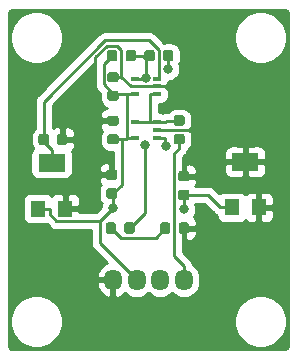
<source format=gtl>
G04 #@! TF.GenerationSoftware,KiCad,Pcbnew,(5.1.2)-1*
G04 #@! TF.CreationDate,2021-06-27T22:03:38+09:00*
G04 #@! TF.ProjectId,ls,6c732e6b-6963-4616-945f-706362585858,v1.0*
G04 #@! TF.SameCoordinates,Original*
G04 #@! TF.FileFunction,Copper,L1,Top*
G04 #@! TF.FilePolarity,Positive*
%FSLAX46Y46*%
G04 Gerber Fmt 4.6, Leading zero omitted, Abs format (unit mm)*
G04 Created by KiCad (PCBNEW (5.1.2)-1) date 2021-06-27 22:03:38*
%MOMM*%
%LPD*%
G04 APERTURE LIST*
%ADD10R,0.650000X0.400000*%
%ADD11R,1.297940X1.399540*%
%ADD12R,2.298700X1.498600*%
%ADD13C,0.100000*%
%ADD14C,0.875000*%
%ADD15O,1.524000X1.800000*%
%ADD16C,0.800000*%
%ADD17C,0.250000*%
%ADD18C,0.254000*%
G04 APERTURE END LIST*
D10*
X146350000Y-96450000D03*
X146350000Y-95150000D03*
X148250000Y-95800000D03*
X148250000Y-95150000D03*
X148250000Y-96450000D03*
X146350000Y-92750000D03*
X146350000Y-91450000D03*
X148250000Y-92100000D03*
X148250000Y-91450000D03*
X148250000Y-92750000D03*
D11*
X154551920Y-102349780D03*
D12*
X155700000Y-98501680D03*
D11*
X156848080Y-102349780D03*
X138151920Y-102449780D03*
D12*
X139300000Y-98601680D03*
D11*
X140448080Y-102449780D03*
D13*
G36*
X147840691Y-89026053D02*
G01*
X147861926Y-89029203D01*
X147882750Y-89034419D01*
X147902962Y-89041651D01*
X147922368Y-89050830D01*
X147940781Y-89061866D01*
X147958024Y-89074654D01*
X147973930Y-89089070D01*
X147988346Y-89104976D01*
X148001134Y-89122219D01*
X148012170Y-89140632D01*
X148021349Y-89160038D01*
X148028581Y-89180250D01*
X148033797Y-89201074D01*
X148036947Y-89222309D01*
X148038000Y-89243750D01*
X148038000Y-89756250D01*
X148036947Y-89777691D01*
X148033797Y-89798926D01*
X148028581Y-89819750D01*
X148021349Y-89839962D01*
X148012170Y-89859368D01*
X148001134Y-89877781D01*
X147988346Y-89895024D01*
X147973930Y-89910930D01*
X147958024Y-89925346D01*
X147940781Y-89938134D01*
X147922368Y-89949170D01*
X147902962Y-89958349D01*
X147882750Y-89965581D01*
X147861926Y-89970797D01*
X147840691Y-89973947D01*
X147819250Y-89975000D01*
X147381750Y-89975000D01*
X147360309Y-89973947D01*
X147339074Y-89970797D01*
X147318250Y-89965581D01*
X147298038Y-89958349D01*
X147278632Y-89949170D01*
X147260219Y-89938134D01*
X147242976Y-89925346D01*
X147227070Y-89910930D01*
X147212654Y-89895024D01*
X147199866Y-89877781D01*
X147188830Y-89859368D01*
X147179651Y-89839962D01*
X147172419Y-89819750D01*
X147167203Y-89798926D01*
X147164053Y-89777691D01*
X147163000Y-89756250D01*
X147163000Y-89243750D01*
X147164053Y-89222309D01*
X147167203Y-89201074D01*
X147172419Y-89180250D01*
X147179651Y-89160038D01*
X147188830Y-89140632D01*
X147199866Y-89122219D01*
X147212654Y-89104976D01*
X147227070Y-89089070D01*
X147242976Y-89074654D01*
X147260219Y-89061866D01*
X147278632Y-89050830D01*
X147298038Y-89041651D01*
X147318250Y-89034419D01*
X147339074Y-89029203D01*
X147360309Y-89026053D01*
X147381750Y-89025000D01*
X147819250Y-89025000D01*
X147840691Y-89026053D01*
X147840691Y-89026053D01*
G37*
D14*
X147600500Y-89500000D03*
D13*
G36*
X149415691Y-89026053D02*
G01*
X149436926Y-89029203D01*
X149457750Y-89034419D01*
X149477962Y-89041651D01*
X149497368Y-89050830D01*
X149515781Y-89061866D01*
X149533024Y-89074654D01*
X149548930Y-89089070D01*
X149563346Y-89104976D01*
X149576134Y-89122219D01*
X149587170Y-89140632D01*
X149596349Y-89160038D01*
X149603581Y-89180250D01*
X149608797Y-89201074D01*
X149611947Y-89222309D01*
X149613000Y-89243750D01*
X149613000Y-89756250D01*
X149611947Y-89777691D01*
X149608797Y-89798926D01*
X149603581Y-89819750D01*
X149596349Y-89839962D01*
X149587170Y-89859368D01*
X149576134Y-89877781D01*
X149563346Y-89895024D01*
X149548930Y-89910930D01*
X149533024Y-89925346D01*
X149515781Y-89938134D01*
X149497368Y-89949170D01*
X149477962Y-89958349D01*
X149457750Y-89965581D01*
X149436926Y-89970797D01*
X149415691Y-89973947D01*
X149394250Y-89975000D01*
X148956750Y-89975000D01*
X148935309Y-89973947D01*
X148914074Y-89970797D01*
X148893250Y-89965581D01*
X148873038Y-89958349D01*
X148853632Y-89949170D01*
X148835219Y-89938134D01*
X148817976Y-89925346D01*
X148802070Y-89910930D01*
X148787654Y-89895024D01*
X148774866Y-89877781D01*
X148763830Y-89859368D01*
X148754651Y-89839962D01*
X148747419Y-89819750D01*
X148742203Y-89798926D01*
X148739053Y-89777691D01*
X148738000Y-89756250D01*
X148738000Y-89243750D01*
X148739053Y-89222309D01*
X148742203Y-89201074D01*
X148747419Y-89180250D01*
X148754651Y-89160038D01*
X148763830Y-89140632D01*
X148774866Y-89122219D01*
X148787654Y-89104976D01*
X148802070Y-89089070D01*
X148817976Y-89074654D01*
X148835219Y-89061866D01*
X148853632Y-89050830D01*
X148873038Y-89041651D01*
X148893250Y-89034419D01*
X148914074Y-89029203D01*
X148935309Y-89026053D01*
X148956750Y-89025000D01*
X149394250Y-89025000D01*
X149415691Y-89026053D01*
X149415691Y-89026053D01*
G37*
D14*
X149175500Y-89500000D03*
D13*
G36*
X150377691Y-94563553D02*
G01*
X150398926Y-94566703D01*
X150419750Y-94571919D01*
X150439962Y-94579151D01*
X150459368Y-94588330D01*
X150477781Y-94599366D01*
X150495024Y-94612154D01*
X150510930Y-94626570D01*
X150525346Y-94642476D01*
X150538134Y-94659719D01*
X150549170Y-94678132D01*
X150558349Y-94697538D01*
X150565581Y-94717750D01*
X150570797Y-94738574D01*
X150573947Y-94759809D01*
X150575000Y-94781250D01*
X150575000Y-95218750D01*
X150573947Y-95240191D01*
X150570797Y-95261426D01*
X150565581Y-95282250D01*
X150558349Y-95302462D01*
X150549170Y-95321868D01*
X150538134Y-95340281D01*
X150525346Y-95357524D01*
X150510930Y-95373430D01*
X150495024Y-95387846D01*
X150477781Y-95400634D01*
X150459368Y-95411670D01*
X150439962Y-95420849D01*
X150419750Y-95428081D01*
X150398926Y-95433297D01*
X150377691Y-95436447D01*
X150356250Y-95437500D01*
X149843750Y-95437500D01*
X149822309Y-95436447D01*
X149801074Y-95433297D01*
X149780250Y-95428081D01*
X149760038Y-95420849D01*
X149740632Y-95411670D01*
X149722219Y-95400634D01*
X149704976Y-95387846D01*
X149689070Y-95373430D01*
X149674654Y-95357524D01*
X149661866Y-95340281D01*
X149650830Y-95321868D01*
X149641651Y-95302462D01*
X149634419Y-95282250D01*
X149629203Y-95261426D01*
X149626053Y-95240191D01*
X149625000Y-95218750D01*
X149625000Y-94781250D01*
X149626053Y-94759809D01*
X149629203Y-94738574D01*
X149634419Y-94717750D01*
X149641651Y-94697538D01*
X149650830Y-94678132D01*
X149661866Y-94659719D01*
X149674654Y-94642476D01*
X149689070Y-94626570D01*
X149704976Y-94612154D01*
X149722219Y-94599366D01*
X149740632Y-94588330D01*
X149760038Y-94579151D01*
X149780250Y-94571919D01*
X149801074Y-94566703D01*
X149822309Y-94563553D01*
X149843750Y-94562500D01*
X150356250Y-94562500D01*
X150377691Y-94563553D01*
X150377691Y-94563553D01*
G37*
D14*
X150100000Y-95000000D03*
D13*
G36*
X150377691Y-96138553D02*
G01*
X150398926Y-96141703D01*
X150419750Y-96146919D01*
X150439962Y-96154151D01*
X150459368Y-96163330D01*
X150477781Y-96174366D01*
X150495024Y-96187154D01*
X150510930Y-96201570D01*
X150525346Y-96217476D01*
X150538134Y-96234719D01*
X150549170Y-96253132D01*
X150558349Y-96272538D01*
X150565581Y-96292750D01*
X150570797Y-96313574D01*
X150573947Y-96334809D01*
X150575000Y-96356250D01*
X150575000Y-96793750D01*
X150573947Y-96815191D01*
X150570797Y-96836426D01*
X150565581Y-96857250D01*
X150558349Y-96877462D01*
X150549170Y-96896868D01*
X150538134Y-96915281D01*
X150525346Y-96932524D01*
X150510930Y-96948430D01*
X150495024Y-96962846D01*
X150477781Y-96975634D01*
X150459368Y-96986670D01*
X150439962Y-96995849D01*
X150419750Y-97003081D01*
X150398926Y-97008297D01*
X150377691Y-97011447D01*
X150356250Y-97012500D01*
X149843750Y-97012500D01*
X149822309Y-97011447D01*
X149801074Y-97008297D01*
X149780250Y-97003081D01*
X149760038Y-96995849D01*
X149740632Y-96986670D01*
X149722219Y-96975634D01*
X149704976Y-96962846D01*
X149689070Y-96948430D01*
X149674654Y-96932524D01*
X149661866Y-96915281D01*
X149650830Y-96896868D01*
X149641651Y-96877462D01*
X149634419Y-96857250D01*
X149629203Y-96836426D01*
X149626053Y-96815191D01*
X149625000Y-96793750D01*
X149625000Y-96356250D01*
X149626053Y-96334809D01*
X149629203Y-96313574D01*
X149634419Y-96292750D01*
X149641651Y-96272538D01*
X149650830Y-96253132D01*
X149661866Y-96234719D01*
X149674654Y-96217476D01*
X149689070Y-96201570D01*
X149704976Y-96187154D01*
X149722219Y-96174366D01*
X149740632Y-96163330D01*
X149760038Y-96154151D01*
X149780250Y-96146919D01*
X149801074Y-96141703D01*
X149822309Y-96138553D01*
X149843750Y-96137500D01*
X150356250Y-96137500D01*
X150377691Y-96138553D01*
X150377691Y-96138553D01*
G37*
D14*
X150100000Y-96575000D03*
D13*
G36*
X144664691Y-89026053D02*
G01*
X144685926Y-89029203D01*
X144706750Y-89034419D01*
X144726962Y-89041651D01*
X144746368Y-89050830D01*
X144764781Y-89061866D01*
X144782024Y-89074654D01*
X144797930Y-89089070D01*
X144812346Y-89104976D01*
X144825134Y-89122219D01*
X144836170Y-89140632D01*
X144845349Y-89160038D01*
X144852581Y-89180250D01*
X144857797Y-89201074D01*
X144860947Y-89222309D01*
X144862000Y-89243750D01*
X144862000Y-89756250D01*
X144860947Y-89777691D01*
X144857797Y-89798926D01*
X144852581Y-89819750D01*
X144845349Y-89839962D01*
X144836170Y-89859368D01*
X144825134Y-89877781D01*
X144812346Y-89895024D01*
X144797930Y-89910930D01*
X144782024Y-89925346D01*
X144764781Y-89938134D01*
X144746368Y-89949170D01*
X144726962Y-89958349D01*
X144706750Y-89965581D01*
X144685926Y-89970797D01*
X144664691Y-89973947D01*
X144643250Y-89975000D01*
X144205750Y-89975000D01*
X144184309Y-89973947D01*
X144163074Y-89970797D01*
X144142250Y-89965581D01*
X144122038Y-89958349D01*
X144102632Y-89949170D01*
X144084219Y-89938134D01*
X144066976Y-89925346D01*
X144051070Y-89910930D01*
X144036654Y-89895024D01*
X144023866Y-89877781D01*
X144012830Y-89859368D01*
X144003651Y-89839962D01*
X143996419Y-89819750D01*
X143991203Y-89798926D01*
X143988053Y-89777691D01*
X143987000Y-89756250D01*
X143987000Y-89243750D01*
X143988053Y-89222309D01*
X143991203Y-89201074D01*
X143996419Y-89180250D01*
X144003651Y-89160038D01*
X144012830Y-89140632D01*
X144023866Y-89122219D01*
X144036654Y-89104976D01*
X144051070Y-89089070D01*
X144066976Y-89074654D01*
X144084219Y-89061866D01*
X144102632Y-89050830D01*
X144122038Y-89041651D01*
X144142250Y-89034419D01*
X144163074Y-89029203D01*
X144184309Y-89026053D01*
X144205750Y-89025000D01*
X144643250Y-89025000D01*
X144664691Y-89026053D01*
X144664691Y-89026053D01*
G37*
D14*
X144424500Y-89500000D03*
D13*
G36*
X146239691Y-89026053D02*
G01*
X146260926Y-89029203D01*
X146281750Y-89034419D01*
X146301962Y-89041651D01*
X146321368Y-89050830D01*
X146339781Y-89061866D01*
X146357024Y-89074654D01*
X146372930Y-89089070D01*
X146387346Y-89104976D01*
X146400134Y-89122219D01*
X146411170Y-89140632D01*
X146420349Y-89160038D01*
X146427581Y-89180250D01*
X146432797Y-89201074D01*
X146435947Y-89222309D01*
X146437000Y-89243750D01*
X146437000Y-89756250D01*
X146435947Y-89777691D01*
X146432797Y-89798926D01*
X146427581Y-89819750D01*
X146420349Y-89839962D01*
X146411170Y-89859368D01*
X146400134Y-89877781D01*
X146387346Y-89895024D01*
X146372930Y-89910930D01*
X146357024Y-89925346D01*
X146339781Y-89938134D01*
X146321368Y-89949170D01*
X146301962Y-89958349D01*
X146281750Y-89965581D01*
X146260926Y-89970797D01*
X146239691Y-89973947D01*
X146218250Y-89975000D01*
X145780750Y-89975000D01*
X145759309Y-89973947D01*
X145738074Y-89970797D01*
X145717250Y-89965581D01*
X145697038Y-89958349D01*
X145677632Y-89949170D01*
X145659219Y-89938134D01*
X145641976Y-89925346D01*
X145626070Y-89910930D01*
X145611654Y-89895024D01*
X145598866Y-89877781D01*
X145587830Y-89859368D01*
X145578651Y-89839962D01*
X145571419Y-89819750D01*
X145566203Y-89798926D01*
X145563053Y-89777691D01*
X145562000Y-89756250D01*
X145562000Y-89243750D01*
X145563053Y-89222309D01*
X145566203Y-89201074D01*
X145571419Y-89180250D01*
X145578651Y-89160038D01*
X145587830Y-89140632D01*
X145598866Y-89122219D01*
X145611654Y-89104976D01*
X145626070Y-89089070D01*
X145641976Y-89074654D01*
X145659219Y-89061866D01*
X145677632Y-89050830D01*
X145697038Y-89041651D01*
X145717250Y-89034419D01*
X145738074Y-89029203D01*
X145759309Y-89026053D01*
X145780750Y-89025000D01*
X146218250Y-89025000D01*
X146239691Y-89026053D01*
X146239691Y-89026053D01*
G37*
D14*
X145999500Y-89500000D03*
D13*
G36*
X150739691Y-103626053D02*
G01*
X150760926Y-103629203D01*
X150781750Y-103634419D01*
X150801962Y-103641651D01*
X150821368Y-103650830D01*
X150839781Y-103661866D01*
X150857024Y-103674654D01*
X150872930Y-103689070D01*
X150887346Y-103704976D01*
X150900134Y-103722219D01*
X150911170Y-103740632D01*
X150920349Y-103760038D01*
X150927581Y-103780250D01*
X150932797Y-103801074D01*
X150935947Y-103822309D01*
X150937000Y-103843750D01*
X150937000Y-104356250D01*
X150935947Y-104377691D01*
X150932797Y-104398926D01*
X150927581Y-104419750D01*
X150920349Y-104439962D01*
X150911170Y-104459368D01*
X150900134Y-104477781D01*
X150887346Y-104495024D01*
X150872930Y-104510930D01*
X150857024Y-104525346D01*
X150839781Y-104538134D01*
X150821368Y-104549170D01*
X150801962Y-104558349D01*
X150781750Y-104565581D01*
X150760926Y-104570797D01*
X150739691Y-104573947D01*
X150718250Y-104575000D01*
X150280750Y-104575000D01*
X150259309Y-104573947D01*
X150238074Y-104570797D01*
X150217250Y-104565581D01*
X150197038Y-104558349D01*
X150177632Y-104549170D01*
X150159219Y-104538134D01*
X150141976Y-104525346D01*
X150126070Y-104510930D01*
X150111654Y-104495024D01*
X150098866Y-104477781D01*
X150087830Y-104459368D01*
X150078651Y-104439962D01*
X150071419Y-104419750D01*
X150066203Y-104398926D01*
X150063053Y-104377691D01*
X150062000Y-104356250D01*
X150062000Y-103843750D01*
X150063053Y-103822309D01*
X150066203Y-103801074D01*
X150071419Y-103780250D01*
X150078651Y-103760038D01*
X150087830Y-103740632D01*
X150098866Y-103722219D01*
X150111654Y-103704976D01*
X150126070Y-103689070D01*
X150141976Y-103674654D01*
X150159219Y-103661866D01*
X150177632Y-103650830D01*
X150197038Y-103641651D01*
X150217250Y-103634419D01*
X150238074Y-103629203D01*
X150259309Y-103626053D01*
X150280750Y-103625000D01*
X150718250Y-103625000D01*
X150739691Y-103626053D01*
X150739691Y-103626053D01*
G37*
D14*
X150499500Y-104100000D03*
D13*
G36*
X149164691Y-103626053D02*
G01*
X149185926Y-103629203D01*
X149206750Y-103634419D01*
X149226962Y-103641651D01*
X149246368Y-103650830D01*
X149264781Y-103661866D01*
X149282024Y-103674654D01*
X149297930Y-103689070D01*
X149312346Y-103704976D01*
X149325134Y-103722219D01*
X149336170Y-103740632D01*
X149345349Y-103760038D01*
X149352581Y-103780250D01*
X149357797Y-103801074D01*
X149360947Y-103822309D01*
X149362000Y-103843750D01*
X149362000Y-104356250D01*
X149360947Y-104377691D01*
X149357797Y-104398926D01*
X149352581Y-104419750D01*
X149345349Y-104439962D01*
X149336170Y-104459368D01*
X149325134Y-104477781D01*
X149312346Y-104495024D01*
X149297930Y-104510930D01*
X149282024Y-104525346D01*
X149264781Y-104538134D01*
X149246368Y-104549170D01*
X149226962Y-104558349D01*
X149206750Y-104565581D01*
X149185926Y-104570797D01*
X149164691Y-104573947D01*
X149143250Y-104575000D01*
X148705750Y-104575000D01*
X148684309Y-104573947D01*
X148663074Y-104570797D01*
X148642250Y-104565581D01*
X148622038Y-104558349D01*
X148602632Y-104549170D01*
X148584219Y-104538134D01*
X148566976Y-104525346D01*
X148551070Y-104510930D01*
X148536654Y-104495024D01*
X148523866Y-104477781D01*
X148512830Y-104459368D01*
X148503651Y-104439962D01*
X148496419Y-104419750D01*
X148491203Y-104398926D01*
X148488053Y-104377691D01*
X148487000Y-104356250D01*
X148487000Y-103843750D01*
X148488053Y-103822309D01*
X148491203Y-103801074D01*
X148496419Y-103780250D01*
X148503651Y-103760038D01*
X148512830Y-103740632D01*
X148523866Y-103722219D01*
X148536654Y-103704976D01*
X148551070Y-103689070D01*
X148566976Y-103674654D01*
X148584219Y-103661866D01*
X148602632Y-103650830D01*
X148622038Y-103641651D01*
X148642250Y-103634419D01*
X148663074Y-103629203D01*
X148684309Y-103626053D01*
X148705750Y-103625000D01*
X149143250Y-103625000D01*
X149164691Y-103626053D01*
X149164691Y-103626053D01*
G37*
D14*
X148924500Y-104100000D03*
D15*
X144500000Y-108500000D03*
X146500000Y-108500000D03*
X148500000Y-108500000D03*
X150500000Y-108500000D03*
D13*
G36*
X146139691Y-103626053D02*
G01*
X146160926Y-103629203D01*
X146181750Y-103634419D01*
X146201962Y-103641651D01*
X146221368Y-103650830D01*
X146239781Y-103661866D01*
X146257024Y-103674654D01*
X146272930Y-103689070D01*
X146287346Y-103704976D01*
X146300134Y-103722219D01*
X146311170Y-103740632D01*
X146320349Y-103760038D01*
X146327581Y-103780250D01*
X146332797Y-103801074D01*
X146335947Y-103822309D01*
X146337000Y-103843750D01*
X146337000Y-104356250D01*
X146335947Y-104377691D01*
X146332797Y-104398926D01*
X146327581Y-104419750D01*
X146320349Y-104439962D01*
X146311170Y-104459368D01*
X146300134Y-104477781D01*
X146287346Y-104495024D01*
X146272930Y-104510930D01*
X146257024Y-104525346D01*
X146239781Y-104538134D01*
X146221368Y-104549170D01*
X146201962Y-104558349D01*
X146181750Y-104565581D01*
X146160926Y-104570797D01*
X146139691Y-104573947D01*
X146118250Y-104575000D01*
X145680750Y-104575000D01*
X145659309Y-104573947D01*
X145638074Y-104570797D01*
X145617250Y-104565581D01*
X145597038Y-104558349D01*
X145577632Y-104549170D01*
X145559219Y-104538134D01*
X145541976Y-104525346D01*
X145526070Y-104510930D01*
X145511654Y-104495024D01*
X145498866Y-104477781D01*
X145487830Y-104459368D01*
X145478651Y-104439962D01*
X145471419Y-104419750D01*
X145466203Y-104398926D01*
X145463053Y-104377691D01*
X145462000Y-104356250D01*
X145462000Y-103843750D01*
X145463053Y-103822309D01*
X145466203Y-103801074D01*
X145471419Y-103780250D01*
X145478651Y-103760038D01*
X145487830Y-103740632D01*
X145498866Y-103722219D01*
X145511654Y-103704976D01*
X145526070Y-103689070D01*
X145541976Y-103674654D01*
X145559219Y-103661866D01*
X145577632Y-103650830D01*
X145597038Y-103641651D01*
X145617250Y-103634419D01*
X145638074Y-103629203D01*
X145659309Y-103626053D01*
X145680750Y-103625000D01*
X146118250Y-103625000D01*
X146139691Y-103626053D01*
X146139691Y-103626053D01*
G37*
D14*
X145899500Y-104100000D03*
D13*
G36*
X144564691Y-103626053D02*
G01*
X144585926Y-103629203D01*
X144606750Y-103634419D01*
X144626962Y-103641651D01*
X144646368Y-103650830D01*
X144664781Y-103661866D01*
X144682024Y-103674654D01*
X144697930Y-103689070D01*
X144712346Y-103704976D01*
X144725134Y-103722219D01*
X144736170Y-103740632D01*
X144745349Y-103760038D01*
X144752581Y-103780250D01*
X144757797Y-103801074D01*
X144760947Y-103822309D01*
X144762000Y-103843750D01*
X144762000Y-104356250D01*
X144760947Y-104377691D01*
X144757797Y-104398926D01*
X144752581Y-104419750D01*
X144745349Y-104439962D01*
X144736170Y-104459368D01*
X144725134Y-104477781D01*
X144712346Y-104495024D01*
X144697930Y-104510930D01*
X144682024Y-104525346D01*
X144664781Y-104538134D01*
X144646368Y-104549170D01*
X144626962Y-104558349D01*
X144606750Y-104565581D01*
X144585926Y-104570797D01*
X144564691Y-104573947D01*
X144543250Y-104575000D01*
X144105750Y-104575000D01*
X144084309Y-104573947D01*
X144063074Y-104570797D01*
X144042250Y-104565581D01*
X144022038Y-104558349D01*
X144002632Y-104549170D01*
X143984219Y-104538134D01*
X143966976Y-104525346D01*
X143951070Y-104510930D01*
X143936654Y-104495024D01*
X143923866Y-104477781D01*
X143912830Y-104459368D01*
X143903651Y-104439962D01*
X143896419Y-104419750D01*
X143891203Y-104398926D01*
X143888053Y-104377691D01*
X143887000Y-104356250D01*
X143887000Y-103843750D01*
X143888053Y-103822309D01*
X143891203Y-103801074D01*
X143896419Y-103780250D01*
X143903651Y-103760038D01*
X143912830Y-103740632D01*
X143923866Y-103722219D01*
X143936654Y-103704976D01*
X143951070Y-103689070D01*
X143966976Y-103674654D01*
X143984219Y-103661866D01*
X144002632Y-103650830D01*
X144022038Y-103641651D01*
X144042250Y-103634419D01*
X144063074Y-103629203D01*
X144084309Y-103626053D01*
X144105750Y-103625000D01*
X144543250Y-103625000D01*
X144564691Y-103626053D01*
X144564691Y-103626053D01*
G37*
D14*
X144324500Y-104100000D03*
D13*
G36*
X144777691Y-94576053D02*
G01*
X144798926Y-94579203D01*
X144819750Y-94584419D01*
X144839962Y-94591651D01*
X144859368Y-94600830D01*
X144877781Y-94611866D01*
X144895024Y-94624654D01*
X144910930Y-94639070D01*
X144925346Y-94654976D01*
X144938134Y-94672219D01*
X144949170Y-94690632D01*
X144958349Y-94710038D01*
X144965581Y-94730250D01*
X144970797Y-94751074D01*
X144973947Y-94772309D01*
X144975000Y-94793750D01*
X144975000Y-95231250D01*
X144973947Y-95252691D01*
X144970797Y-95273926D01*
X144965581Y-95294750D01*
X144958349Y-95314962D01*
X144949170Y-95334368D01*
X144938134Y-95352781D01*
X144925346Y-95370024D01*
X144910930Y-95385930D01*
X144895024Y-95400346D01*
X144877781Y-95413134D01*
X144859368Y-95424170D01*
X144839962Y-95433349D01*
X144819750Y-95440581D01*
X144798926Y-95445797D01*
X144777691Y-95448947D01*
X144756250Y-95450000D01*
X144243750Y-95450000D01*
X144222309Y-95448947D01*
X144201074Y-95445797D01*
X144180250Y-95440581D01*
X144160038Y-95433349D01*
X144140632Y-95424170D01*
X144122219Y-95413134D01*
X144104976Y-95400346D01*
X144089070Y-95385930D01*
X144074654Y-95370024D01*
X144061866Y-95352781D01*
X144050830Y-95334368D01*
X144041651Y-95314962D01*
X144034419Y-95294750D01*
X144029203Y-95273926D01*
X144026053Y-95252691D01*
X144025000Y-95231250D01*
X144025000Y-94793750D01*
X144026053Y-94772309D01*
X144029203Y-94751074D01*
X144034419Y-94730250D01*
X144041651Y-94710038D01*
X144050830Y-94690632D01*
X144061866Y-94672219D01*
X144074654Y-94654976D01*
X144089070Y-94639070D01*
X144104976Y-94624654D01*
X144122219Y-94611866D01*
X144140632Y-94600830D01*
X144160038Y-94591651D01*
X144180250Y-94584419D01*
X144201074Y-94579203D01*
X144222309Y-94576053D01*
X144243750Y-94575000D01*
X144756250Y-94575000D01*
X144777691Y-94576053D01*
X144777691Y-94576053D01*
G37*
D14*
X144500000Y-95012500D03*
D13*
G36*
X144777691Y-96151053D02*
G01*
X144798926Y-96154203D01*
X144819750Y-96159419D01*
X144839962Y-96166651D01*
X144859368Y-96175830D01*
X144877781Y-96186866D01*
X144895024Y-96199654D01*
X144910930Y-96214070D01*
X144925346Y-96229976D01*
X144938134Y-96247219D01*
X144949170Y-96265632D01*
X144958349Y-96285038D01*
X144965581Y-96305250D01*
X144970797Y-96326074D01*
X144973947Y-96347309D01*
X144975000Y-96368750D01*
X144975000Y-96806250D01*
X144973947Y-96827691D01*
X144970797Y-96848926D01*
X144965581Y-96869750D01*
X144958349Y-96889962D01*
X144949170Y-96909368D01*
X144938134Y-96927781D01*
X144925346Y-96945024D01*
X144910930Y-96960930D01*
X144895024Y-96975346D01*
X144877781Y-96988134D01*
X144859368Y-96999170D01*
X144839962Y-97008349D01*
X144819750Y-97015581D01*
X144798926Y-97020797D01*
X144777691Y-97023947D01*
X144756250Y-97025000D01*
X144243750Y-97025000D01*
X144222309Y-97023947D01*
X144201074Y-97020797D01*
X144180250Y-97015581D01*
X144160038Y-97008349D01*
X144140632Y-96999170D01*
X144122219Y-96988134D01*
X144104976Y-96975346D01*
X144089070Y-96960930D01*
X144074654Y-96945024D01*
X144061866Y-96927781D01*
X144050830Y-96909368D01*
X144041651Y-96889962D01*
X144034419Y-96869750D01*
X144029203Y-96848926D01*
X144026053Y-96827691D01*
X144025000Y-96806250D01*
X144025000Y-96368750D01*
X144026053Y-96347309D01*
X144029203Y-96326074D01*
X144034419Y-96305250D01*
X144041651Y-96285038D01*
X144050830Y-96265632D01*
X144061866Y-96247219D01*
X144074654Y-96229976D01*
X144089070Y-96214070D01*
X144104976Y-96199654D01*
X144122219Y-96186866D01*
X144140632Y-96175830D01*
X144160038Y-96166651D01*
X144180250Y-96159419D01*
X144201074Y-96154203D01*
X144222309Y-96151053D01*
X144243750Y-96150000D01*
X144756250Y-96150000D01*
X144777691Y-96151053D01*
X144777691Y-96151053D01*
G37*
D14*
X144500000Y-96587500D03*
D13*
G36*
X144777691Y-90888553D02*
G01*
X144798926Y-90891703D01*
X144819750Y-90896919D01*
X144839962Y-90904151D01*
X144859368Y-90913330D01*
X144877781Y-90924366D01*
X144895024Y-90937154D01*
X144910930Y-90951570D01*
X144925346Y-90967476D01*
X144938134Y-90984719D01*
X144949170Y-91003132D01*
X144958349Y-91022538D01*
X144965581Y-91042750D01*
X144970797Y-91063574D01*
X144973947Y-91084809D01*
X144975000Y-91106250D01*
X144975000Y-91543750D01*
X144973947Y-91565191D01*
X144970797Y-91586426D01*
X144965581Y-91607250D01*
X144958349Y-91627462D01*
X144949170Y-91646868D01*
X144938134Y-91665281D01*
X144925346Y-91682524D01*
X144910930Y-91698430D01*
X144895024Y-91712846D01*
X144877781Y-91725634D01*
X144859368Y-91736670D01*
X144839962Y-91745849D01*
X144819750Y-91753081D01*
X144798926Y-91758297D01*
X144777691Y-91761447D01*
X144756250Y-91762500D01*
X144243750Y-91762500D01*
X144222309Y-91761447D01*
X144201074Y-91758297D01*
X144180250Y-91753081D01*
X144160038Y-91745849D01*
X144140632Y-91736670D01*
X144122219Y-91725634D01*
X144104976Y-91712846D01*
X144089070Y-91698430D01*
X144074654Y-91682524D01*
X144061866Y-91665281D01*
X144050830Y-91646868D01*
X144041651Y-91627462D01*
X144034419Y-91607250D01*
X144029203Y-91586426D01*
X144026053Y-91565191D01*
X144025000Y-91543750D01*
X144025000Y-91106250D01*
X144026053Y-91084809D01*
X144029203Y-91063574D01*
X144034419Y-91042750D01*
X144041651Y-91022538D01*
X144050830Y-91003132D01*
X144061866Y-90984719D01*
X144074654Y-90967476D01*
X144089070Y-90951570D01*
X144104976Y-90937154D01*
X144122219Y-90924366D01*
X144140632Y-90913330D01*
X144160038Y-90904151D01*
X144180250Y-90896919D01*
X144201074Y-90891703D01*
X144222309Y-90888553D01*
X144243750Y-90887500D01*
X144756250Y-90887500D01*
X144777691Y-90888553D01*
X144777691Y-90888553D01*
G37*
D14*
X144500000Y-91325000D03*
D13*
G36*
X144777691Y-92463553D02*
G01*
X144798926Y-92466703D01*
X144819750Y-92471919D01*
X144839962Y-92479151D01*
X144859368Y-92488330D01*
X144877781Y-92499366D01*
X144895024Y-92512154D01*
X144910930Y-92526570D01*
X144925346Y-92542476D01*
X144938134Y-92559719D01*
X144949170Y-92578132D01*
X144958349Y-92597538D01*
X144965581Y-92617750D01*
X144970797Y-92638574D01*
X144973947Y-92659809D01*
X144975000Y-92681250D01*
X144975000Y-93118750D01*
X144973947Y-93140191D01*
X144970797Y-93161426D01*
X144965581Y-93182250D01*
X144958349Y-93202462D01*
X144949170Y-93221868D01*
X144938134Y-93240281D01*
X144925346Y-93257524D01*
X144910930Y-93273430D01*
X144895024Y-93287846D01*
X144877781Y-93300634D01*
X144859368Y-93311670D01*
X144839962Y-93320849D01*
X144819750Y-93328081D01*
X144798926Y-93333297D01*
X144777691Y-93336447D01*
X144756250Y-93337500D01*
X144243750Y-93337500D01*
X144222309Y-93336447D01*
X144201074Y-93333297D01*
X144180250Y-93328081D01*
X144160038Y-93320849D01*
X144140632Y-93311670D01*
X144122219Y-93300634D01*
X144104976Y-93287846D01*
X144089070Y-93273430D01*
X144074654Y-93257524D01*
X144061866Y-93240281D01*
X144050830Y-93221868D01*
X144041651Y-93202462D01*
X144034419Y-93182250D01*
X144029203Y-93161426D01*
X144026053Y-93140191D01*
X144025000Y-93118750D01*
X144025000Y-92681250D01*
X144026053Y-92659809D01*
X144029203Y-92638574D01*
X144034419Y-92617750D01*
X144041651Y-92597538D01*
X144050830Y-92578132D01*
X144061866Y-92559719D01*
X144074654Y-92542476D01*
X144089070Y-92526570D01*
X144104976Y-92512154D01*
X144122219Y-92499366D01*
X144140632Y-92488330D01*
X144160038Y-92479151D01*
X144180250Y-92471919D01*
X144201074Y-92466703D01*
X144222309Y-92463553D01*
X144243750Y-92462500D01*
X144756250Y-92462500D01*
X144777691Y-92463553D01*
X144777691Y-92463553D01*
G37*
D14*
X144500000Y-92900000D03*
D13*
G36*
X150777691Y-99276053D02*
G01*
X150798926Y-99279203D01*
X150819750Y-99284419D01*
X150839962Y-99291651D01*
X150859368Y-99300830D01*
X150877781Y-99311866D01*
X150895024Y-99324654D01*
X150910930Y-99339070D01*
X150925346Y-99354976D01*
X150938134Y-99372219D01*
X150949170Y-99390632D01*
X150958349Y-99410038D01*
X150965581Y-99430250D01*
X150970797Y-99451074D01*
X150973947Y-99472309D01*
X150975000Y-99493750D01*
X150975000Y-99931250D01*
X150973947Y-99952691D01*
X150970797Y-99973926D01*
X150965581Y-99994750D01*
X150958349Y-100014962D01*
X150949170Y-100034368D01*
X150938134Y-100052781D01*
X150925346Y-100070024D01*
X150910930Y-100085930D01*
X150895024Y-100100346D01*
X150877781Y-100113134D01*
X150859368Y-100124170D01*
X150839962Y-100133349D01*
X150819750Y-100140581D01*
X150798926Y-100145797D01*
X150777691Y-100148947D01*
X150756250Y-100150000D01*
X150243750Y-100150000D01*
X150222309Y-100148947D01*
X150201074Y-100145797D01*
X150180250Y-100140581D01*
X150160038Y-100133349D01*
X150140632Y-100124170D01*
X150122219Y-100113134D01*
X150104976Y-100100346D01*
X150089070Y-100085930D01*
X150074654Y-100070024D01*
X150061866Y-100052781D01*
X150050830Y-100034368D01*
X150041651Y-100014962D01*
X150034419Y-99994750D01*
X150029203Y-99973926D01*
X150026053Y-99952691D01*
X150025000Y-99931250D01*
X150025000Y-99493750D01*
X150026053Y-99472309D01*
X150029203Y-99451074D01*
X150034419Y-99430250D01*
X150041651Y-99410038D01*
X150050830Y-99390632D01*
X150061866Y-99372219D01*
X150074654Y-99354976D01*
X150089070Y-99339070D01*
X150104976Y-99324654D01*
X150122219Y-99311866D01*
X150140632Y-99300830D01*
X150160038Y-99291651D01*
X150180250Y-99284419D01*
X150201074Y-99279203D01*
X150222309Y-99276053D01*
X150243750Y-99275000D01*
X150756250Y-99275000D01*
X150777691Y-99276053D01*
X150777691Y-99276053D01*
G37*
D14*
X150500000Y-99712500D03*
D13*
G36*
X150777691Y-100851053D02*
G01*
X150798926Y-100854203D01*
X150819750Y-100859419D01*
X150839962Y-100866651D01*
X150859368Y-100875830D01*
X150877781Y-100886866D01*
X150895024Y-100899654D01*
X150910930Y-100914070D01*
X150925346Y-100929976D01*
X150938134Y-100947219D01*
X150949170Y-100965632D01*
X150958349Y-100985038D01*
X150965581Y-101005250D01*
X150970797Y-101026074D01*
X150973947Y-101047309D01*
X150975000Y-101068750D01*
X150975000Y-101506250D01*
X150973947Y-101527691D01*
X150970797Y-101548926D01*
X150965581Y-101569750D01*
X150958349Y-101589962D01*
X150949170Y-101609368D01*
X150938134Y-101627781D01*
X150925346Y-101645024D01*
X150910930Y-101660930D01*
X150895024Y-101675346D01*
X150877781Y-101688134D01*
X150859368Y-101699170D01*
X150839962Y-101708349D01*
X150819750Y-101715581D01*
X150798926Y-101720797D01*
X150777691Y-101723947D01*
X150756250Y-101725000D01*
X150243750Y-101725000D01*
X150222309Y-101723947D01*
X150201074Y-101720797D01*
X150180250Y-101715581D01*
X150160038Y-101708349D01*
X150140632Y-101699170D01*
X150122219Y-101688134D01*
X150104976Y-101675346D01*
X150089070Y-101660930D01*
X150074654Y-101645024D01*
X150061866Y-101627781D01*
X150050830Y-101609368D01*
X150041651Y-101589962D01*
X150034419Y-101569750D01*
X150029203Y-101548926D01*
X150026053Y-101527691D01*
X150025000Y-101506250D01*
X150025000Y-101068750D01*
X150026053Y-101047309D01*
X150029203Y-101026074D01*
X150034419Y-101005250D01*
X150041651Y-100985038D01*
X150050830Y-100965632D01*
X150061866Y-100947219D01*
X150074654Y-100929976D01*
X150089070Y-100914070D01*
X150104976Y-100899654D01*
X150122219Y-100886866D01*
X150140632Y-100875830D01*
X150160038Y-100866651D01*
X150180250Y-100859419D01*
X150201074Y-100854203D01*
X150222309Y-100851053D01*
X150243750Y-100850000D01*
X150756250Y-100850000D01*
X150777691Y-100851053D01*
X150777691Y-100851053D01*
G37*
D14*
X150500000Y-101287500D03*
D13*
G36*
X140439691Y-96126053D02*
G01*
X140460926Y-96129203D01*
X140481750Y-96134419D01*
X140501962Y-96141651D01*
X140521368Y-96150830D01*
X140539781Y-96161866D01*
X140557024Y-96174654D01*
X140572930Y-96189070D01*
X140587346Y-96204976D01*
X140600134Y-96222219D01*
X140611170Y-96240632D01*
X140620349Y-96260038D01*
X140627581Y-96280250D01*
X140632797Y-96301074D01*
X140635947Y-96322309D01*
X140637000Y-96343750D01*
X140637000Y-96856250D01*
X140635947Y-96877691D01*
X140632797Y-96898926D01*
X140627581Y-96919750D01*
X140620349Y-96939962D01*
X140611170Y-96959368D01*
X140600134Y-96977781D01*
X140587346Y-96995024D01*
X140572930Y-97010930D01*
X140557024Y-97025346D01*
X140539781Y-97038134D01*
X140521368Y-97049170D01*
X140501962Y-97058349D01*
X140481750Y-97065581D01*
X140460926Y-97070797D01*
X140439691Y-97073947D01*
X140418250Y-97075000D01*
X139980750Y-97075000D01*
X139959309Y-97073947D01*
X139938074Y-97070797D01*
X139917250Y-97065581D01*
X139897038Y-97058349D01*
X139877632Y-97049170D01*
X139859219Y-97038134D01*
X139841976Y-97025346D01*
X139826070Y-97010930D01*
X139811654Y-96995024D01*
X139798866Y-96977781D01*
X139787830Y-96959368D01*
X139778651Y-96939962D01*
X139771419Y-96919750D01*
X139766203Y-96898926D01*
X139763053Y-96877691D01*
X139762000Y-96856250D01*
X139762000Y-96343750D01*
X139763053Y-96322309D01*
X139766203Y-96301074D01*
X139771419Y-96280250D01*
X139778651Y-96260038D01*
X139787830Y-96240632D01*
X139798866Y-96222219D01*
X139811654Y-96204976D01*
X139826070Y-96189070D01*
X139841976Y-96174654D01*
X139859219Y-96161866D01*
X139877632Y-96150830D01*
X139897038Y-96141651D01*
X139917250Y-96134419D01*
X139938074Y-96129203D01*
X139959309Y-96126053D01*
X139980750Y-96125000D01*
X140418250Y-96125000D01*
X140439691Y-96126053D01*
X140439691Y-96126053D01*
G37*
D14*
X140199500Y-96600000D03*
D13*
G36*
X138864691Y-96126053D02*
G01*
X138885926Y-96129203D01*
X138906750Y-96134419D01*
X138926962Y-96141651D01*
X138946368Y-96150830D01*
X138964781Y-96161866D01*
X138982024Y-96174654D01*
X138997930Y-96189070D01*
X139012346Y-96204976D01*
X139025134Y-96222219D01*
X139036170Y-96240632D01*
X139045349Y-96260038D01*
X139052581Y-96280250D01*
X139057797Y-96301074D01*
X139060947Y-96322309D01*
X139062000Y-96343750D01*
X139062000Y-96856250D01*
X139060947Y-96877691D01*
X139057797Y-96898926D01*
X139052581Y-96919750D01*
X139045349Y-96939962D01*
X139036170Y-96959368D01*
X139025134Y-96977781D01*
X139012346Y-96995024D01*
X138997930Y-97010930D01*
X138982024Y-97025346D01*
X138964781Y-97038134D01*
X138946368Y-97049170D01*
X138926962Y-97058349D01*
X138906750Y-97065581D01*
X138885926Y-97070797D01*
X138864691Y-97073947D01*
X138843250Y-97075000D01*
X138405750Y-97075000D01*
X138384309Y-97073947D01*
X138363074Y-97070797D01*
X138342250Y-97065581D01*
X138322038Y-97058349D01*
X138302632Y-97049170D01*
X138284219Y-97038134D01*
X138266976Y-97025346D01*
X138251070Y-97010930D01*
X138236654Y-96995024D01*
X138223866Y-96977781D01*
X138212830Y-96959368D01*
X138203651Y-96939962D01*
X138196419Y-96919750D01*
X138191203Y-96898926D01*
X138188053Y-96877691D01*
X138187000Y-96856250D01*
X138187000Y-96343750D01*
X138188053Y-96322309D01*
X138191203Y-96301074D01*
X138196419Y-96280250D01*
X138203651Y-96260038D01*
X138212830Y-96240632D01*
X138223866Y-96222219D01*
X138236654Y-96204976D01*
X138251070Y-96189070D01*
X138266976Y-96174654D01*
X138284219Y-96161866D01*
X138302632Y-96150830D01*
X138322038Y-96141651D01*
X138342250Y-96134419D01*
X138363074Y-96129203D01*
X138384309Y-96126053D01*
X138405750Y-96125000D01*
X138843250Y-96125000D01*
X138864691Y-96126053D01*
X138864691Y-96126053D01*
G37*
D14*
X138624500Y-96600000D03*
D13*
G36*
X144677691Y-99164053D02*
G01*
X144698926Y-99167203D01*
X144719750Y-99172419D01*
X144739962Y-99179651D01*
X144759368Y-99188830D01*
X144777781Y-99199866D01*
X144795024Y-99212654D01*
X144810930Y-99227070D01*
X144825346Y-99242976D01*
X144838134Y-99260219D01*
X144849170Y-99278632D01*
X144858349Y-99298038D01*
X144865581Y-99318250D01*
X144870797Y-99339074D01*
X144873947Y-99360309D01*
X144875000Y-99381750D01*
X144875000Y-99819250D01*
X144873947Y-99840691D01*
X144870797Y-99861926D01*
X144865581Y-99882750D01*
X144858349Y-99902962D01*
X144849170Y-99922368D01*
X144838134Y-99940781D01*
X144825346Y-99958024D01*
X144810930Y-99973930D01*
X144795024Y-99988346D01*
X144777781Y-100001134D01*
X144759368Y-100012170D01*
X144739962Y-100021349D01*
X144719750Y-100028581D01*
X144698926Y-100033797D01*
X144677691Y-100036947D01*
X144656250Y-100038000D01*
X144143750Y-100038000D01*
X144122309Y-100036947D01*
X144101074Y-100033797D01*
X144080250Y-100028581D01*
X144060038Y-100021349D01*
X144040632Y-100012170D01*
X144022219Y-100001134D01*
X144004976Y-99988346D01*
X143989070Y-99973930D01*
X143974654Y-99958024D01*
X143961866Y-99940781D01*
X143950830Y-99922368D01*
X143941651Y-99902962D01*
X143934419Y-99882750D01*
X143929203Y-99861926D01*
X143926053Y-99840691D01*
X143925000Y-99819250D01*
X143925000Y-99381750D01*
X143926053Y-99360309D01*
X143929203Y-99339074D01*
X143934419Y-99318250D01*
X143941651Y-99298038D01*
X143950830Y-99278632D01*
X143961866Y-99260219D01*
X143974654Y-99242976D01*
X143989070Y-99227070D01*
X144004976Y-99212654D01*
X144022219Y-99199866D01*
X144040632Y-99188830D01*
X144060038Y-99179651D01*
X144080250Y-99172419D01*
X144101074Y-99167203D01*
X144122309Y-99164053D01*
X144143750Y-99163000D01*
X144656250Y-99163000D01*
X144677691Y-99164053D01*
X144677691Y-99164053D01*
G37*
D14*
X144400000Y-99600500D03*
D13*
G36*
X144677691Y-100739053D02*
G01*
X144698926Y-100742203D01*
X144719750Y-100747419D01*
X144739962Y-100754651D01*
X144759368Y-100763830D01*
X144777781Y-100774866D01*
X144795024Y-100787654D01*
X144810930Y-100802070D01*
X144825346Y-100817976D01*
X144838134Y-100835219D01*
X144849170Y-100853632D01*
X144858349Y-100873038D01*
X144865581Y-100893250D01*
X144870797Y-100914074D01*
X144873947Y-100935309D01*
X144875000Y-100956750D01*
X144875000Y-101394250D01*
X144873947Y-101415691D01*
X144870797Y-101436926D01*
X144865581Y-101457750D01*
X144858349Y-101477962D01*
X144849170Y-101497368D01*
X144838134Y-101515781D01*
X144825346Y-101533024D01*
X144810930Y-101548930D01*
X144795024Y-101563346D01*
X144777781Y-101576134D01*
X144759368Y-101587170D01*
X144739962Y-101596349D01*
X144719750Y-101603581D01*
X144698926Y-101608797D01*
X144677691Y-101611947D01*
X144656250Y-101613000D01*
X144143750Y-101613000D01*
X144122309Y-101611947D01*
X144101074Y-101608797D01*
X144080250Y-101603581D01*
X144060038Y-101596349D01*
X144040632Y-101587170D01*
X144022219Y-101576134D01*
X144004976Y-101563346D01*
X143989070Y-101548930D01*
X143974654Y-101533024D01*
X143961866Y-101515781D01*
X143950830Y-101497368D01*
X143941651Y-101477962D01*
X143934419Y-101457750D01*
X143929203Y-101436926D01*
X143926053Y-101415691D01*
X143925000Y-101394250D01*
X143925000Y-100956750D01*
X143926053Y-100935309D01*
X143929203Y-100914074D01*
X143934419Y-100893250D01*
X143941651Y-100873038D01*
X143950830Y-100853632D01*
X143961866Y-100835219D01*
X143974654Y-100817976D01*
X143989070Y-100802070D01*
X144004976Y-100787654D01*
X144022219Y-100774866D01*
X144040632Y-100763830D01*
X144060038Y-100754651D01*
X144080250Y-100747419D01*
X144101074Y-100742203D01*
X144122309Y-100739053D01*
X144143750Y-100738000D01*
X144656250Y-100738000D01*
X144677691Y-100739053D01*
X144677691Y-100739053D01*
G37*
D14*
X144400000Y-101175500D03*
D16*
X154900000Y-92100000D03*
X141900000Y-92800000D03*
X144500000Y-102400000D03*
X148994700Y-97169700D03*
X150500000Y-102500000D03*
X147279200Y-91364800D03*
X147173100Y-97050600D03*
X149175500Y-90617500D03*
D17*
X144500000Y-95012500D02*
X143245200Y-95012500D01*
X144400000Y-99600500D02*
X142672300Y-99600500D01*
X148250000Y-95800000D02*
X150957400Y-95800000D01*
X145212000Y-91325000D02*
X145987000Y-92100000D01*
X145987000Y-92100000D02*
X148250000Y-92100000D01*
X145212000Y-91325000D02*
X144500000Y-91325000D01*
X140448100Y-102449800D02*
X140448100Y-101824700D01*
X152000000Y-97459100D02*
X150957400Y-98501700D01*
X150957400Y-95800000D02*
X152000000Y-96842600D01*
X152000000Y-96842600D02*
X152000000Y-97459100D01*
X151400000Y-95357400D02*
X150957400Y-95800000D01*
X151400000Y-94599700D02*
X151400000Y-95357400D01*
X148250000Y-92100000D02*
X148900300Y-92100000D01*
X148900300Y-92100000D02*
X151400000Y-94599700D01*
X150600000Y-99612500D02*
X150500000Y-99712500D01*
X150600000Y-98500000D02*
X150600000Y-99612500D01*
X150957400Y-98501700D02*
X150601700Y-98501700D01*
X150601700Y-98501700D02*
X150600000Y-98500000D01*
X154225400Y-98501700D02*
X150957400Y-98501700D01*
X156848080Y-102349780D02*
X156848080Y-100724380D01*
X156848080Y-100724380D02*
X155700000Y-99576300D01*
X155700000Y-99576300D02*
X155700000Y-98501700D01*
X155700000Y-98501700D02*
X154225400Y-98501700D01*
X156848100Y-102349800D02*
X156848080Y-102349780D01*
X156848060Y-102349800D02*
X156848080Y-102349780D01*
X156848100Y-102349800D02*
X156848060Y-102349800D01*
X156848100Y-104048100D02*
X156848100Y-102349800D01*
X157400000Y-104600000D02*
X156848100Y-104048100D01*
X150499500Y-104100000D02*
X157900000Y-104100000D01*
X157900000Y-104100000D02*
X157400000Y-104600000D01*
X140448100Y-100851900D02*
X140448100Y-101824700D01*
X142672300Y-99600500D02*
X141699500Y-99600500D01*
X141699500Y-99600500D02*
X140448100Y-100851900D01*
X141800000Y-108500000D02*
X136700000Y-103400000D01*
X144500000Y-108500000D02*
X141800000Y-108500000D01*
X136700000Y-103400000D02*
X136700000Y-101300000D01*
X140448100Y-101248100D02*
X140448100Y-101824700D01*
X136700000Y-101300000D02*
X136900000Y-101100000D01*
X136900000Y-101100000D02*
X140300000Y-101100000D01*
X140300000Y-101100000D02*
X140448100Y-101248100D01*
X145212000Y-89022500D02*
X145212000Y-91325000D01*
X144850400Y-88660900D02*
X145212000Y-89022500D01*
X144002100Y-88660900D02*
X144850400Y-88660900D01*
X143000000Y-89663000D02*
X144002100Y-88660900D01*
X143245200Y-95012500D02*
X143000000Y-94767300D01*
X143000000Y-94767300D02*
X143000000Y-89663000D01*
X141400000Y-96600000D02*
X140199500Y-96600000D01*
X141400000Y-97300000D02*
X141400000Y-96600000D01*
X141299750Y-97700250D02*
X141299750Y-97400250D01*
X141299750Y-97400250D02*
X141400000Y-97300000D01*
X141400000Y-96857700D02*
X143245200Y-95012500D01*
X141400000Y-97100000D02*
X141400000Y-96857700D01*
X142672300Y-99600500D02*
X142672300Y-98372300D01*
X142672300Y-98372300D02*
X141400000Y-97100000D01*
X155700000Y-92900000D02*
X154900000Y-92100000D01*
X155700000Y-98101630D02*
X155700000Y-92900000D01*
X155700000Y-98501680D02*
X155299950Y-98501680D01*
X155299950Y-98501680D02*
X155700000Y-98101630D01*
X140199500Y-96600000D02*
X140199500Y-94500500D01*
X140199500Y-94500500D02*
X141900000Y-92800000D01*
X145249800Y-96587500D02*
X144500000Y-96587500D01*
X145699700Y-96450000D02*
X145562200Y-96587500D01*
X145562200Y-96587500D02*
X145249800Y-96587500D01*
X144450000Y-101226000D02*
X145249800Y-100426200D01*
X145249800Y-100426200D02*
X145249800Y-96587500D01*
X144450000Y-101226000D02*
X144400000Y-101176000D01*
X144500000Y-102400000D02*
X144500000Y-101276000D01*
X144500000Y-101276000D02*
X144450000Y-101226000D01*
X144500000Y-92750000D02*
X144500000Y-92900000D01*
X144424500Y-89500000D02*
X143698800Y-90225700D01*
X143698800Y-90225700D02*
X143698800Y-91948800D01*
X143698800Y-91948800D02*
X144500000Y-92750000D01*
X144500000Y-92750000D02*
X145699700Y-92750000D01*
X145699700Y-96450000D02*
X145699700Y-92750000D01*
X146350000Y-92750000D02*
X145699700Y-92750000D01*
X143375900Y-103524100D02*
X143375900Y-105375900D01*
X143375900Y-105375900D02*
X146500000Y-108500000D01*
X144500000Y-102400000D02*
X143375900Y-103524100D01*
X143375900Y-103524100D02*
X139713300Y-103524100D01*
X139713300Y-103524100D02*
X139126200Y-102937000D01*
X139126200Y-102937000D02*
X139126200Y-102449800D01*
X138151900Y-102449800D02*
X139126200Y-102449800D01*
X144400000Y-101176000D02*
X144400000Y-101175500D01*
X146350000Y-96450000D02*
X145699700Y-96450000D01*
X138624500Y-96600000D02*
X138624500Y-93401300D01*
X138624500Y-93401300D02*
X143829200Y-88196600D01*
X143829200Y-88196600D02*
X147571000Y-88196600D01*
X147571000Y-88196600D02*
X148388000Y-89013600D01*
X148388000Y-89013600D02*
X148388000Y-91312000D01*
X148388000Y-91312000D02*
X148250000Y-91450000D01*
X139300000Y-97527100D02*
X138624500Y-96851600D01*
X138624500Y-96851600D02*
X138624500Y-96600000D01*
X139300000Y-98601700D02*
X139300000Y-97527100D01*
X148900300Y-96450000D02*
X148900300Y-97075300D01*
X148900300Y-97075300D02*
X148994700Y-97169700D01*
X148250000Y-96450000D02*
X148900300Y-96450000D01*
X150500000Y-101288000D02*
X150500000Y-101287500D01*
X153577600Y-102349800D02*
X152515800Y-101288000D01*
X152515800Y-101288000D02*
X150500000Y-101288000D01*
X154551900Y-102349800D02*
X153577600Y-102349800D01*
X150500000Y-101288000D02*
X150500000Y-102500000D01*
X147279200Y-89821300D02*
X147600500Y-89500000D01*
X147279200Y-91364800D02*
X147279200Y-89821300D01*
X145999500Y-89500000D02*
X146957900Y-89500000D01*
X146957900Y-89500000D02*
X147279200Y-89821300D01*
X147279200Y-91364800D02*
X147085500Y-91364800D01*
X147085500Y-91364800D02*
X147000300Y-91450000D01*
X145899500Y-104100000D02*
X147173100Y-102826400D01*
X147173100Y-102826400D02*
X147173100Y-97050600D01*
X146350000Y-91450000D02*
X147000300Y-91450000D01*
X144324500Y-104100000D02*
X145141300Y-104916800D01*
X145141300Y-104916800D02*
X148107700Y-104916800D01*
X148107700Y-104916800D02*
X148924500Y-104100000D01*
X149175500Y-89500000D02*
X149175500Y-90617500D01*
X150500000Y-107274700D02*
X149698900Y-106473600D01*
X149698900Y-106473600D02*
X149698900Y-97775000D01*
X149698900Y-97775000D02*
X150100000Y-97373900D01*
X150100000Y-97373900D02*
X150100000Y-96575000D01*
X150500000Y-108500000D02*
X150500000Y-107274700D01*
X147000300Y-95150000D02*
X147599700Y-95150000D01*
X147599700Y-95150000D02*
X147599700Y-92750000D01*
X146350000Y-95150000D02*
X147000300Y-95150000D01*
X148250000Y-95150000D02*
X147599700Y-95150000D01*
X148250000Y-92750000D02*
X147599700Y-92750000D01*
X148250000Y-95150000D02*
X148900300Y-95150000D01*
X150100000Y-95000000D02*
X149050300Y-95000000D01*
X149050300Y-95000000D02*
X148900300Y-95150000D01*
D18*
G36*
X159065424Y-85669580D02*
G01*
X159128356Y-85688580D01*
X159186405Y-85719445D01*
X159237343Y-85760989D01*
X159279248Y-85811644D01*
X159310515Y-85869471D01*
X159329956Y-85932272D01*
X159340001Y-86027845D01*
X159340000Y-113967721D01*
X159330420Y-114065424D01*
X159311420Y-114128357D01*
X159280554Y-114186406D01*
X159239011Y-114237343D01*
X159188356Y-114279248D01*
X159130529Y-114310515D01*
X159067728Y-114329956D01*
X158972165Y-114340000D01*
X136032279Y-114340000D01*
X135934576Y-114330420D01*
X135871643Y-114311420D01*
X135813594Y-114280554D01*
X135762657Y-114239011D01*
X135720752Y-114188356D01*
X135689485Y-114130529D01*
X135670044Y-114067728D01*
X135660000Y-113972165D01*
X135660000Y-111779872D01*
X135765000Y-111779872D01*
X135765000Y-112220128D01*
X135850890Y-112651925D01*
X136019369Y-113058669D01*
X136263962Y-113424729D01*
X136575271Y-113736038D01*
X136941331Y-113980631D01*
X137348075Y-114149110D01*
X137779872Y-114235000D01*
X138220128Y-114235000D01*
X138651925Y-114149110D01*
X139058669Y-113980631D01*
X139424729Y-113736038D01*
X139736038Y-113424729D01*
X139980631Y-113058669D01*
X140149110Y-112651925D01*
X140235000Y-112220128D01*
X140235000Y-111779872D01*
X154765000Y-111779872D01*
X154765000Y-112220128D01*
X154850890Y-112651925D01*
X155019369Y-113058669D01*
X155263962Y-113424729D01*
X155575271Y-113736038D01*
X155941331Y-113980631D01*
X156348075Y-114149110D01*
X156779872Y-114235000D01*
X157220128Y-114235000D01*
X157651925Y-114149110D01*
X158058669Y-113980631D01*
X158424729Y-113736038D01*
X158736038Y-113424729D01*
X158980631Y-113058669D01*
X159149110Y-112651925D01*
X159235000Y-112220128D01*
X159235000Y-111779872D01*
X159149110Y-111348075D01*
X158980631Y-110941331D01*
X158736038Y-110575271D01*
X158424729Y-110263962D01*
X158058669Y-110019369D01*
X157651925Y-109850890D01*
X157220128Y-109765000D01*
X156779872Y-109765000D01*
X156348075Y-109850890D01*
X155941331Y-110019369D01*
X155575271Y-110263962D01*
X155263962Y-110575271D01*
X155019369Y-110941331D01*
X154850890Y-111348075D01*
X154765000Y-111779872D01*
X140235000Y-111779872D01*
X140149110Y-111348075D01*
X139980631Y-110941331D01*
X139736038Y-110575271D01*
X139424729Y-110263962D01*
X139058669Y-110019369D01*
X138651925Y-109850890D01*
X138220128Y-109765000D01*
X137779872Y-109765000D01*
X137348075Y-109850890D01*
X136941331Y-110019369D01*
X136575271Y-110263962D01*
X136263962Y-110575271D01*
X136019369Y-110941331D01*
X135850890Y-111348075D01*
X135765000Y-111779872D01*
X135660000Y-111779872D01*
X135660000Y-108845752D01*
X143117986Y-108845752D01*
X143185071Y-109111378D01*
X143302688Y-109358812D01*
X143466317Y-109578546D01*
X143669670Y-109762135D01*
X143904932Y-109902524D01*
X144156930Y-109992220D01*
X144373000Y-109869720D01*
X144373000Y-108627000D01*
X143261251Y-108627000D01*
X143117986Y-108845752D01*
X135660000Y-108845752D01*
X135660000Y-101750010D01*
X136864878Y-101750010D01*
X136864878Y-103149550D01*
X136877138Y-103274032D01*
X136913448Y-103393730D01*
X136972413Y-103504044D01*
X137051765Y-103600735D01*
X137148456Y-103680087D01*
X137258770Y-103739052D01*
X137378468Y-103775362D01*
X137502950Y-103787622D01*
X138800890Y-103787622D01*
X138892953Y-103778555D01*
X139149500Y-104035102D01*
X139173299Y-104064101D01*
X139289024Y-104159074D01*
X139421053Y-104229646D01*
X139564314Y-104273103D01*
X139675967Y-104284100D01*
X139675975Y-104284100D01*
X139713300Y-104287776D01*
X139750625Y-104284100D01*
X142615900Y-104284100D01*
X142615901Y-105338568D01*
X142612224Y-105375900D01*
X142626898Y-105524885D01*
X142670354Y-105668146D01*
X142740926Y-105800176D01*
X142812101Y-105886902D01*
X142835900Y-105915901D01*
X142864898Y-105939699D01*
X143991767Y-107066568D01*
X143904932Y-107097476D01*
X143669670Y-107237865D01*
X143466317Y-107421454D01*
X143302688Y-107641188D01*
X143185071Y-107888622D01*
X143117986Y-108154248D01*
X143261251Y-108373000D01*
X144373000Y-108373000D01*
X144373000Y-108353000D01*
X144627000Y-108353000D01*
X144627000Y-108373000D01*
X144647000Y-108373000D01*
X144647000Y-108627000D01*
X144627000Y-108627000D01*
X144627000Y-109869720D01*
X144843070Y-109992220D01*
X145095068Y-109902524D01*
X145330330Y-109762135D01*
X145494039Y-109614337D01*
X145507392Y-109630607D01*
X145720113Y-109805183D01*
X145962805Y-109934904D01*
X146226140Y-110014786D01*
X146500000Y-110041759D01*
X146773859Y-110014786D01*
X147037194Y-109934904D01*
X147279886Y-109805183D01*
X147492607Y-109630608D01*
X147500000Y-109621600D01*
X147507392Y-109630607D01*
X147720113Y-109805183D01*
X147962805Y-109934904D01*
X148226140Y-110014786D01*
X148500000Y-110041759D01*
X148773859Y-110014786D01*
X149037194Y-109934904D01*
X149279886Y-109805183D01*
X149492607Y-109630608D01*
X149500000Y-109621600D01*
X149507392Y-109630607D01*
X149720113Y-109805183D01*
X149962805Y-109934904D01*
X150226140Y-110014786D01*
X150500000Y-110041759D01*
X150773859Y-110014786D01*
X151037194Y-109934904D01*
X151279886Y-109805183D01*
X151492607Y-109630608D01*
X151667183Y-109417887D01*
X151796904Y-109175195D01*
X151876786Y-108911860D01*
X151897000Y-108706625D01*
X151897000Y-108293376D01*
X151876786Y-108088141D01*
X151796904Y-107824806D01*
X151667183Y-107582113D01*
X151492608Y-107369392D01*
X151279887Y-107194817D01*
X151254471Y-107181232D01*
X151249003Y-107125714D01*
X151205546Y-106982453D01*
X151134974Y-106850424D01*
X151121811Y-106834385D01*
X151063799Y-106763696D01*
X151063795Y-106763692D01*
X151040001Y-106734699D01*
X151011008Y-106710905D01*
X150458900Y-106158798D01*
X150458900Y-104227000D01*
X150626500Y-104227000D01*
X150626500Y-105051250D01*
X150785250Y-105210000D01*
X150937000Y-105213072D01*
X151061482Y-105200812D01*
X151181180Y-105164502D01*
X151291494Y-105105537D01*
X151388185Y-105026185D01*
X151467537Y-104929494D01*
X151526502Y-104819180D01*
X151562812Y-104699482D01*
X151575072Y-104575000D01*
X151572000Y-104385750D01*
X151413250Y-104227000D01*
X150626500Y-104227000D01*
X150458900Y-104227000D01*
X150458900Y-103953000D01*
X150626500Y-103953000D01*
X150626500Y-103973000D01*
X151413250Y-103973000D01*
X151572000Y-103814250D01*
X151575072Y-103625000D01*
X151562812Y-103500518D01*
X151526502Y-103380820D01*
X151467537Y-103270506D01*
X151388185Y-103173815D01*
X151327715Y-103124188D01*
X151417205Y-102990256D01*
X151495226Y-102801898D01*
X151535000Y-102601939D01*
X151535000Y-102398061D01*
X151495226Y-102198102D01*
X151433051Y-102048000D01*
X152200999Y-102048000D01*
X153013801Y-102860803D01*
X153037599Y-102889801D01*
X153066597Y-102913599D01*
X153153323Y-102984774D01*
X153256645Y-103040001D01*
X153264878Y-103044402D01*
X153264878Y-103049550D01*
X153277138Y-103174032D01*
X153313448Y-103293730D01*
X153372413Y-103404044D01*
X153451765Y-103500735D01*
X153548456Y-103580087D01*
X153658770Y-103639052D01*
X153778468Y-103675362D01*
X153902950Y-103687622D01*
X155200890Y-103687622D01*
X155325372Y-103675362D01*
X155445070Y-103639052D01*
X155555384Y-103580087D01*
X155652075Y-103500735D01*
X155700000Y-103442338D01*
X155747925Y-103500735D01*
X155844616Y-103580087D01*
X155954930Y-103639052D01*
X156074628Y-103675362D01*
X156199110Y-103687622D01*
X156562330Y-103684550D01*
X156721080Y-103525800D01*
X156721080Y-102476780D01*
X156975080Y-102476780D01*
X156975080Y-103525800D01*
X157133830Y-103684550D01*
X157497050Y-103687622D01*
X157621532Y-103675362D01*
X157741230Y-103639052D01*
X157851544Y-103580087D01*
X157948235Y-103500735D01*
X158027587Y-103404044D01*
X158086552Y-103293730D01*
X158122862Y-103174032D01*
X158135122Y-103049550D01*
X158132050Y-102635530D01*
X157973300Y-102476780D01*
X156975080Y-102476780D01*
X156721080Y-102476780D01*
X156701080Y-102476780D01*
X156701080Y-102222780D01*
X156721080Y-102222780D01*
X156721080Y-101173760D01*
X156975080Y-101173760D01*
X156975080Y-102222780D01*
X157973300Y-102222780D01*
X158132050Y-102064030D01*
X158135122Y-101650010D01*
X158122862Y-101525528D01*
X158086552Y-101405830D01*
X158027587Y-101295516D01*
X157948235Y-101198825D01*
X157851544Y-101119473D01*
X157741230Y-101060508D01*
X157621532Y-101024198D01*
X157497050Y-101011938D01*
X157133830Y-101015010D01*
X156975080Y-101173760D01*
X156721080Y-101173760D01*
X156562330Y-101015010D01*
X156199110Y-101011938D01*
X156074628Y-101024198D01*
X155954930Y-101060508D01*
X155844616Y-101119473D01*
X155747925Y-101198825D01*
X155700000Y-101257222D01*
X155652075Y-101198825D01*
X155555384Y-101119473D01*
X155445070Y-101060508D01*
X155325372Y-101024198D01*
X155200890Y-101011938D01*
X153902950Y-101011938D01*
X153778468Y-101024198D01*
X153658770Y-101060508D01*
X153548456Y-101119473D01*
X153479041Y-101176440D01*
X153079604Y-100777002D01*
X153055801Y-100747999D01*
X152940076Y-100653026D01*
X152808047Y-100582454D01*
X152664786Y-100538997D01*
X152553133Y-100528000D01*
X152553122Y-100528000D01*
X152515800Y-100524324D01*
X152478478Y-100528000D01*
X151486246Y-100528000D01*
X151505537Y-100504494D01*
X151564502Y-100394180D01*
X151600812Y-100274482D01*
X151613072Y-100150000D01*
X151610000Y-99998250D01*
X151451250Y-99839500D01*
X150627000Y-99839500D01*
X150627000Y-99859500D01*
X150458900Y-99859500D01*
X150458900Y-98798750D01*
X150627000Y-98798750D01*
X150627000Y-99585500D01*
X151451250Y-99585500D01*
X151610000Y-99426750D01*
X151613072Y-99275000D01*
X151610707Y-99250980D01*
X153912578Y-99250980D01*
X153924838Y-99375462D01*
X153961148Y-99495160D01*
X154020113Y-99605474D01*
X154099465Y-99702165D01*
X154196156Y-99781517D01*
X154306470Y-99840482D01*
X154426168Y-99876792D01*
X154550650Y-99889052D01*
X155414250Y-99885980D01*
X155573000Y-99727230D01*
X155573000Y-98628680D01*
X155827000Y-98628680D01*
X155827000Y-99727230D01*
X155985750Y-99885980D01*
X156849350Y-99889052D01*
X156973832Y-99876792D01*
X157093530Y-99840482D01*
X157203844Y-99781517D01*
X157300535Y-99702165D01*
X157379887Y-99605474D01*
X157438852Y-99495160D01*
X157475162Y-99375462D01*
X157487422Y-99250980D01*
X157484350Y-98787430D01*
X157325600Y-98628680D01*
X155827000Y-98628680D01*
X155573000Y-98628680D01*
X154074400Y-98628680D01*
X153915650Y-98787430D01*
X153912578Y-99250980D01*
X151610707Y-99250980D01*
X151600812Y-99150518D01*
X151564502Y-99030820D01*
X151505537Y-98920506D01*
X151426185Y-98823815D01*
X151329494Y-98744463D01*
X151219180Y-98685498D01*
X151099482Y-98649188D01*
X150975000Y-98636928D01*
X150785750Y-98640000D01*
X150627000Y-98798750D01*
X150458900Y-98798750D01*
X150458900Y-98089801D01*
X150610998Y-97937703D01*
X150640001Y-97913901D01*
X150734974Y-97798176D01*
X150759452Y-97752380D01*
X153912578Y-97752380D01*
X153915650Y-98215930D01*
X154074400Y-98374680D01*
X155573000Y-98374680D01*
X155573000Y-97276130D01*
X155827000Y-97276130D01*
X155827000Y-98374680D01*
X157325600Y-98374680D01*
X157484350Y-98215930D01*
X157487422Y-97752380D01*
X157475162Y-97627898D01*
X157438852Y-97508200D01*
X157379887Y-97397886D01*
X157300535Y-97301195D01*
X157203844Y-97221843D01*
X157093530Y-97162878D01*
X156973832Y-97126568D01*
X156849350Y-97114308D01*
X155985750Y-97117380D01*
X155827000Y-97276130D01*
X155573000Y-97276130D01*
X155414250Y-97117380D01*
X154550650Y-97114308D01*
X154426168Y-97126568D01*
X154306470Y-97162878D01*
X154196156Y-97221843D01*
X154099465Y-97301195D01*
X154020113Y-97397886D01*
X153961148Y-97508200D01*
X153924838Y-97627898D01*
X153912578Y-97752380D01*
X150759452Y-97752380D01*
X150805546Y-97666147D01*
X150849003Y-97522886D01*
X150852265Y-97489766D01*
X150962115Y-97399615D01*
X151068671Y-97269775D01*
X151147850Y-97121642D01*
X151196608Y-96960908D01*
X151213072Y-96793750D01*
X151213072Y-96356250D01*
X151196608Y-96189092D01*
X151147850Y-96028358D01*
X151068671Y-95880225D01*
X150992574Y-95787500D01*
X151068671Y-95694775D01*
X151147850Y-95546642D01*
X151196608Y-95385908D01*
X151213072Y-95218750D01*
X151213072Y-94781250D01*
X151196608Y-94614092D01*
X151147850Y-94453358D01*
X151068671Y-94305225D01*
X150962115Y-94175385D01*
X150832275Y-94068829D01*
X150684142Y-93989650D01*
X150523408Y-93940892D01*
X150356250Y-93924428D01*
X149843750Y-93924428D01*
X149676592Y-93940892D01*
X149515858Y-93989650D01*
X149367725Y-94068829D01*
X149237885Y-94175385D01*
X149184857Y-94240000D01*
X149087622Y-94240000D01*
X149050299Y-94236324D01*
X149012976Y-94240000D01*
X149012967Y-94240000D01*
X148901314Y-94250997D01*
X148758053Y-94294454D01*
X148701360Y-94324758D01*
X148699482Y-94324188D01*
X148575000Y-94311928D01*
X148359700Y-94311928D01*
X148359700Y-93588072D01*
X148575000Y-93588072D01*
X148699482Y-93575812D01*
X148819180Y-93539502D01*
X148929494Y-93480537D01*
X149026185Y-93401185D01*
X149105537Y-93304494D01*
X149164502Y-93194180D01*
X149200812Y-93074482D01*
X149213072Y-92950000D01*
X149213072Y-92550000D01*
X149200812Y-92425518D01*
X149199645Y-92421672D01*
X149210000Y-92331750D01*
X149142032Y-92263782D01*
X149105537Y-92195506D01*
X149027158Y-92100000D01*
X149105537Y-92004494D01*
X149142032Y-91936218D01*
X149210000Y-91868250D01*
X149199645Y-91778328D01*
X149200812Y-91774482D01*
X149212826Y-91652500D01*
X149277439Y-91652500D01*
X149477398Y-91612726D01*
X149665756Y-91534705D01*
X149835274Y-91421437D01*
X149979437Y-91277274D01*
X150092705Y-91107756D01*
X150170726Y-90919398D01*
X150210500Y-90719439D01*
X150210500Y-90515561D01*
X150170726Y-90315602D01*
X150123314Y-90201139D01*
X150185850Y-90084142D01*
X150234608Y-89923408D01*
X150251072Y-89756250D01*
X150251072Y-89243750D01*
X150234608Y-89076592D01*
X150185850Y-88915858D01*
X150106671Y-88767725D01*
X150000115Y-88637885D01*
X149870275Y-88531329D01*
X149722142Y-88452150D01*
X149561408Y-88403392D01*
X149394250Y-88386928D01*
X148956750Y-88386928D01*
X148846946Y-88397743D01*
X148229074Y-87779872D01*
X154765000Y-87779872D01*
X154765000Y-88220128D01*
X154850890Y-88651925D01*
X155019369Y-89058669D01*
X155263962Y-89424729D01*
X155575271Y-89736038D01*
X155941331Y-89980631D01*
X156348075Y-90149110D01*
X156779872Y-90235000D01*
X157220128Y-90235000D01*
X157651925Y-90149110D01*
X158058669Y-89980631D01*
X158424729Y-89736038D01*
X158736038Y-89424729D01*
X158980631Y-89058669D01*
X159149110Y-88651925D01*
X159235000Y-88220128D01*
X159235000Y-87779872D01*
X159149110Y-87348075D01*
X158980631Y-86941331D01*
X158736038Y-86575271D01*
X158424729Y-86263962D01*
X158058669Y-86019369D01*
X157651925Y-85850890D01*
X157220128Y-85765000D01*
X156779872Y-85765000D01*
X156348075Y-85850890D01*
X155941331Y-86019369D01*
X155575271Y-86263962D01*
X155263962Y-86575271D01*
X155019369Y-86941331D01*
X154850890Y-87348075D01*
X154765000Y-87779872D01*
X148229074Y-87779872D01*
X148134803Y-87685602D01*
X148111001Y-87656599D01*
X147995276Y-87561626D01*
X147863247Y-87491054D01*
X147719986Y-87447597D01*
X147608333Y-87436600D01*
X147608322Y-87436600D01*
X147571000Y-87432924D01*
X147533678Y-87436600D01*
X143866522Y-87436600D01*
X143829199Y-87432924D01*
X143791876Y-87436600D01*
X143791867Y-87436600D01*
X143680214Y-87447597D01*
X143536953Y-87491054D01*
X143404924Y-87561626D01*
X143289199Y-87656599D01*
X143265401Y-87685597D01*
X138113498Y-92837501D01*
X138084500Y-92861299D01*
X138060702Y-92890297D01*
X138060701Y-92890298D01*
X137989526Y-92977024D01*
X137918954Y-93109054D01*
X137875498Y-93252315D01*
X137860824Y-93401300D01*
X137864501Y-93438632D01*
X137864500Y-95684857D01*
X137799885Y-95737885D01*
X137693329Y-95867725D01*
X137614150Y-96015858D01*
X137565392Y-96176592D01*
X137548928Y-96343750D01*
X137548928Y-96856250D01*
X137565392Y-97023408D01*
X137614150Y-97184142D01*
X137693329Y-97332275D01*
X137729596Y-97376467D01*
X137699465Y-97401195D01*
X137620113Y-97497886D01*
X137561148Y-97608200D01*
X137524838Y-97727898D01*
X137512578Y-97852380D01*
X137512578Y-99350980D01*
X137524838Y-99475462D01*
X137561148Y-99595160D01*
X137620113Y-99705474D01*
X137699465Y-99802165D01*
X137796156Y-99881517D01*
X137906470Y-99940482D01*
X138026168Y-99976792D01*
X138150650Y-99989052D01*
X140449350Y-99989052D01*
X140573832Y-99976792D01*
X140693530Y-99940482D01*
X140803844Y-99881517D01*
X140900535Y-99802165D01*
X140979887Y-99705474D01*
X141038852Y-99595160D01*
X141075162Y-99475462D01*
X141087422Y-99350980D01*
X141087422Y-99163000D01*
X143286928Y-99163000D01*
X143290000Y-99314750D01*
X143448750Y-99473500D01*
X144273000Y-99473500D01*
X144273000Y-98686750D01*
X144114250Y-98528000D01*
X143925000Y-98524928D01*
X143800518Y-98537188D01*
X143680820Y-98573498D01*
X143570506Y-98632463D01*
X143473815Y-98711815D01*
X143394463Y-98808506D01*
X143335498Y-98918820D01*
X143299188Y-99038518D01*
X143286928Y-99163000D01*
X141087422Y-99163000D01*
X141087422Y-97852380D01*
X141075162Y-97727898D01*
X141038852Y-97608200D01*
X141023423Y-97579334D01*
X141088185Y-97526185D01*
X141167537Y-97429494D01*
X141226502Y-97319180D01*
X141262812Y-97199482D01*
X141275072Y-97075000D01*
X141272000Y-96885750D01*
X141113250Y-96727000D01*
X140326500Y-96727000D01*
X140326500Y-96747000D01*
X140072500Y-96747000D01*
X140072500Y-96727000D01*
X140052500Y-96727000D01*
X140052500Y-96473000D01*
X140072500Y-96473000D01*
X140072500Y-95648750D01*
X140326500Y-95648750D01*
X140326500Y-96473000D01*
X141113250Y-96473000D01*
X141272000Y-96314250D01*
X141275072Y-96125000D01*
X141262812Y-96000518D01*
X141226502Y-95880820D01*
X141167537Y-95770506D01*
X141088185Y-95673815D01*
X140991494Y-95594463D01*
X140881180Y-95535498D01*
X140761482Y-95499188D01*
X140637000Y-95486928D01*
X140485250Y-95490000D01*
X140326500Y-95648750D01*
X140072500Y-95648750D01*
X139913750Y-95490000D01*
X139762000Y-95486928D01*
X139637518Y-95499188D01*
X139517820Y-95535498D01*
X139407506Y-95594463D01*
X139384500Y-95613343D01*
X139384500Y-93716101D01*
X142941702Y-90158899D01*
X142938800Y-90188368D01*
X142938800Y-90188378D01*
X142935124Y-90225700D01*
X142938800Y-90263023D01*
X142938801Y-91911468D01*
X142935124Y-91948800D01*
X142938801Y-91986133D01*
X142949798Y-92097786D01*
X142959108Y-92128477D01*
X142993254Y-92241046D01*
X143063826Y-92373076D01*
X143133320Y-92457754D01*
X143158800Y-92488801D01*
X143187798Y-92512599D01*
X143386928Y-92711729D01*
X143386928Y-93118750D01*
X143403392Y-93285908D01*
X143452150Y-93446642D01*
X143531329Y-93594775D01*
X143637885Y-93724615D01*
X143767725Y-93831171D01*
X143915858Y-93910350D01*
X144008750Y-93938528D01*
X143900518Y-93949188D01*
X143780820Y-93985498D01*
X143670506Y-94044463D01*
X143573815Y-94123815D01*
X143494463Y-94220506D01*
X143435498Y-94330820D01*
X143399188Y-94450518D01*
X143386928Y-94575000D01*
X143390000Y-94726750D01*
X143548750Y-94885500D01*
X144373000Y-94885500D01*
X144373000Y-94865500D01*
X144627000Y-94865500D01*
X144627000Y-94885500D01*
X144647000Y-94885500D01*
X144647000Y-95139500D01*
X144627000Y-95139500D01*
X144627000Y-95159500D01*
X144373000Y-95159500D01*
X144373000Y-95139500D01*
X143548750Y-95139500D01*
X143390000Y-95298250D01*
X143386928Y-95450000D01*
X143399188Y-95574482D01*
X143435498Y-95694180D01*
X143494463Y-95804494D01*
X143549100Y-95871070D01*
X143531329Y-95892725D01*
X143452150Y-96040858D01*
X143403392Y-96201592D01*
X143386928Y-96368750D01*
X143386928Y-96806250D01*
X143403392Y-96973408D01*
X143452150Y-97134142D01*
X143531329Y-97282275D01*
X143637885Y-97412115D01*
X143767725Y-97518671D01*
X143915858Y-97597850D01*
X144076592Y-97646608D01*
X144243750Y-97663072D01*
X144489801Y-97663072D01*
X144489800Y-99747500D01*
X144273000Y-99747500D01*
X144273000Y-99727500D01*
X143448750Y-99727500D01*
X143290000Y-99886250D01*
X143286928Y-100038000D01*
X143299188Y-100162482D01*
X143335498Y-100282180D01*
X143394463Y-100392494D01*
X143449100Y-100459070D01*
X143431329Y-100480725D01*
X143352150Y-100628858D01*
X143303392Y-100789592D01*
X143286928Y-100956750D01*
X143286928Y-101394250D01*
X143303392Y-101561408D01*
X143352150Y-101722142D01*
X143431329Y-101870275D01*
X143537885Y-102000115D01*
X143543465Y-102004694D01*
X143504774Y-102098102D01*
X143465000Y-102298061D01*
X143465000Y-102360198D01*
X143061099Y-102764100D01*
X141732262Y-102764100D01*
X141732050Y-102735530D01*
X141573300Y-102576780D01*
X140575080Y-102576780D01*
X140575080Y-102596780D01*
X140321080Y-102596780D01*
X140321080Y-102576780D01*
X140301080Y-102576780D01*
X140301080Y-102322780D01*
X140321080Y-102322780D01*
X140321080Y-101273760D01*
X140575080Y-101273760D01*
X140575080Y-102322780D01*
X141573300Y-102322780D01*
X141732050Y-102164030D01*
X141735122Y-101750010D01*
X141722862Y-101625528D01*
X141686552Y-101505830D01*
X141627587Y-101395516D01*
X141548235Y-101298825D01*
X141451544Y-101219473D01*
X141341230Y-101160508D01*
X141221532Y-101124198D01*
X141097050Y-101111938D01*
X140733830Y-101115010D01*
X140575080Y-101273760D01*
X140321080Y-101273760D01*
X140162330Y-101115010D01*
X139799110Y-101111938D01*
X139674628Y-101124198D01*
X139554930Y-101160508D01*
X139444616Y-101219473D01*
X139347925Y-101298825D01*
X139300000Y-101357222D01*
X139252075Y-101298825D01*
X139155384Y-101219473D01*
X139045070Y-101160508D01*
X138925372Y-101124198D01*
X138800890Y-101111938D01*
X137502950Y-101111938D01*
X137378468Y-101124198D01*
X137258770Y-101160508D01*
X137148456Y-101219473D01*
X137051765Y-101298825D01*
X136972413Y-101395516D01*
X136913448Y-101505830D01*
X136877138Y-101625528D01*
X136864878Y-101750010D01*
X135660000Y-101750010D01*
X135660000Y-87779872D01*
X135765000Y-87779872D01*
X135765000Y-88220128D01*
X135850890Y-88651925D01*
X136019369Y-89058669D01*
X136263962Y-89424729D01*
X136575271Y-89736038D01*
X136941331Y-89980631D01*
X137348075Y-90149110D01*
X137779872Y-90235000D01*
X138220128Y-90235000D01*
X138651925Y-90149110D01*
X139058669Y-89980631D01*
X139424729Y-89736038D01*
X139736038Y-89424729D01*
X139980631Y-89058669D01*
X140149110Y-88651925D01*
X140235000Y-88220128D01*
X140235000Y-87779872D01*
X140149110Y-87348075D01*
X139980631Y-86941331D01*
X139736038Y-86575271D01*
X139424729Y-86263962D01*
X139058669Y-86019369D01*
X138651925Y-85850890D01*
X138220128Y-85765000D01*
X137779872Y-85765000D01*
X137348075Y-85850890D01*
X136941331Y-86019369D01*
X136575271Y-86263962D01*
X136263962Y-86575271D01*
X136019369Y-86941331D01*
X135850890Y-87348075D01*
X135765000Y-87779872D01*
X135660000Y-87779872D01*
X135660000Y-86032279D01*
X135669580Y-85934576D01*
X135688580Y-85871644D01*
X135719445Y-85813595D01*
X135760989Y-85762657D01*
X135811644Y-85720752D01*
X135869471Y-85689485D01*
X135932272Y-85670044D01*
X136027835Y-85660000D01*
X158967721Y-85660000D01*
X159065424Y-85669580D01*
X159065424Y-85669580D01*
G37*
X159065424Y-85669580D02*
X159128356Y-85688580D01*
X159186405Y-85719445D01*
X159237343Y-85760989D01*
X159279248Y-85811644D01*
X159310515Y-85869471D01*
X159329956Y-85932272D01*
X159340001Y-86027845D01*
X159340000Y-113967721D01*
X159330420Y-114065424D01*
X159311420Y-114128357D01*
X159280554Y-114186406D01*
X159239011Y-114237343D01*
X159188356Y-114279248D01*
X159130529Y-114310515D01*
X159067728Y-114329956D01*
X158972165Y-114340000D01*
X136032279Y-114340000D01*
X135934576Y-114330420D01*
X135871643Y-114311420D01*
X135813594Y-114280554D01*
X135762657Y-114239011D01*
X135720752Y-114188356D01*
X135689485Y-114130529D01*
X135670044Y-114067728D01*
X135660000Y-113972165D01*
X135660000Y-111779872D01*
X135765000Y-111779872D01*
X135765000Y-112220128D01*
X135850890Y-112651925D01*
X136019369Y-113058669D01*
X136263962Y-113424729D01*
X136575271Y-113736038D01*
X136941331Y-113980631D01*
X137348075Y-114149110D01*
X137779872Y-114235000D01*
X138220128Y-114235000D01*
X138651925Y-114149110D01*
X139058669Y-113980631D01*
X139424729Y-113736038D01*
X139736038Y-113424729D01*
X139980631Y-113058669D01*
X140149110Y-112651925D01*
X140235000Y-112220128D01*
X140235000Y-111779872D01*
X154765000Y-111779872D01*
X154765000Y-112220128D01*
X154850890Y-112651925D01*
X155019369Y-113058669D01*
X155263962Y-113424729D01*
X155575271Y-113736038D01*
X155941331Y-113980631D01*
X156348075Y-114149110D01*
X156779872Y-114235000D01*
X157220128Y-114235000D01*
X157651925Y-114149110D01*
X158058669Y-113980631D01*
X158424729Y-113736038D01*
X158736038Y-113424729D01*
X158980631Y-113058669D01*
X159149110Y-112651925D01*
X159235000Y-112220128D01*
X159235000Y-111779872D01*
X159149110Y-111348075D01*
X158980631Y-110941331D01*
X158736038Y-110575271D01*
X158424729Y-110263962D01*
X158058669Y-110019369D01*
X157651925Y-109850890D01*
X157220128Y-109765000D01*
X156779872Y-109765000D01*
X156348075Y-109850890D01*
X155941331Y-110019369D01*
X155575271Y-110263962D01*
X155263962Y-110575271D01*
X155019369Y-110941331D01*
X154850890Y-111348075D01*
X154765000Y-111779872D01*
X140235000Y-111779872D01*
X140149110Y-111348075D01*
X139980631Y-110941331D01*
X139736038Y-110575271D01*
X139424729Y-110263962D01*
X139058669Y-110019369D01*
X138651925Y-109850890D01*
X138220128Y-109765000D01*
X137779872Y-109765000D01*
X137348075Y-109850890D01*
X136941331Y-110019369D01*
X136575271Y-110263962D01*
X136263962Y-110575271D01*
X136019369Y-110941331D01*
X135850890Y-111348075D01*
X135765000Y-111779872D01*
X135660000Y-111779872D01*
X135660000Y-108845752D01*
X143117986Y-108845752D01*
X143185071Y-109111378D01*
X143302688Y-109358812D01*
X143466317Y-109578546D01*
X143669670Y-109762135D01*
X143904932Y-109902524D01*
X144156930Y-109992220D01*
X144373000Y-109869720D01*
X144373000Y-108627000D01*
X143261251Y-108627000D01*
X143117986Y-108845752D01*
X135660000Y-108845752D01*
X135660000Y-101750010D01*
X136864878Y-101750010D01*
X136864878Y-103149550D01*
X136877138Y-103274032D01*
X136913448Y-103393730D01*
X136972413Y-103504044D01*
X137051765Y-103600735D01*
X137148456Y-103680087D01*
X137258770Y-103739052D01*
X137378468Y-103775362D01*
X137502950Y-103787622D01*
X138800890Y-103787622D01*
X138892953Y-103778555D01*
X139149500Y-104035102D01*
X139173299Y-104064101D01*
X139289024Y-104159074D01*
X139421053Y-104229646D01*
X139564314Y-104273103D01*
X139675967Y-104284100D01*
X139675975Y-104284100D01*
X139713300Y-104287776D01*
X139750625Y-104284100D01*
X142615900Y-104284100D01*
X142615901Y-105338568D01*
X142612224Y-105375900D01*
X142626898Y-105524885D01*
X142670354Y-105668146D01*
X142740926Y-105800176D01*
X142812101Y-105886902D01*
X142835900Y-105915901D01*
X142864898Y-105939699D01*
X143991767Y-107066568D01*
X143904932Y-107097476D01*
X143669670Y-107237865D01*
X143466317Y-107421454D01*
X143302688Y-107641188D01*
X143185071Y-107888622D01*
X143117986Y-108154248D01*
X143261251Y-108373000D01*
X144373000Y-108373000D01*
X144373000Y-108353000D01*
X144627000Y-108353000D01*
X144627000Y-108373000D01*
X144647000Y-108373000D01*
X144647000Y-108627000D01*
X144627000Y-108627000D01*
X144627000Y-109869720D01*
X144843070Y-109992220D01*
X145095068Y-109902524D01*
X145330330Y-109762135D01*
X145494039Y-109614337D01*
X145507392Y-109630607D01*
X145720113Y-109805183D01*
X145962805Y-109934904D01*
X146226140Y-110014786D01*
X146500000Y-110041759D01*
X146773859Y-110014786D01*
X147037194Y-109934904D01*
X147279886Y-109805183D01*
X147492607Y-109630608D01*
X147500000Y-109621600D01*
X147507392Y-109630607D01*
X147720113Y-109805183D01*
X147962805Y-109934904D01*
X148226140Y-110014786D01*
X148500000Y-110041759D01*
X148773859Y-110014786D01*
X149037194Y-109934904D01*
X149279886Y-109805183D01*
X149492607Y-109630608D01*
X149500000Y-109621600D01*
X149507392Y-109630607D01*
X149720113Y-109805183D01*
X149962805Y-109934904D01*
X150226140Y-110014786D01*
X150500000Y-110041759D01*
X150773859Y-110014786D01*
X151037194Y-109934904D01*
X151279886Y-109805183D01*
X151492607Y-109630608D01*
X151667183Y-109417887D01*
X151796904Y-109175195D01*
X151876786Y-108911860D01*
X151897000Y-108706625D01*
X151897000Y-108293376D01*
X151876786Y-108088141D01*
X151796904Y-107824806D01*
X151667183Y-107582113D01*
X151492608Y-107369392D01*
X151279887Y-107194817D01*
X151254471Y-107181232D01*
X151249003Y-107125714D01*
X151205546Y-106982453D01*
X151134974Y-106850424D01*
X151121811Y-106834385D01*
X151063799Y-106763696D01*
X151063795Y-106763692D01*
X151040001Y-106734699D01*
X151011008Y-106710905D01*
X150458900Y-106158798D01*
X150458900Y-104227000D01*
X150626500Y-104227000D01*
X150626500Y-105051250D01*
X150785250Y-105210000D01*
X150937000Y-105213072D01*
X151061482Y-105200812D01*
X151181180Y-105164502D01*
X151291494Y-105105537D01*
X151388185Y-105026185D01*
X151467537Y-104929494D01*
X151526502Y-104819180D01*
X151562812Y-104699482D01*
X151575072Y-104575000D01*
X151572000Y-104385750D01*
X151413250Y-104227000D01*
X150626500Y-104227000D01*
X150458900Y-104227000D01*
X150458900Y-103953000D01*
X150626500Y-103953000D01*
X150626500Y-103973000D01*
X151413250Y-103973000D01*
X151572000Y-103814250D01*
X151575072Y-103625000D01*
X151562812Y-103500518D01*
X151526502Y-103380820D01*
X151467537Y-103270506D01*
X151388185Y-103173815D01*
X151327715Y-103124188D01*
X151417205Y-102990256D01*
X151495226Y-102801898D01*
X151535000Y-102601939D01*
X151535000Y-102398061D01*
X151495226Y-102198102D01*
X151433051Y-102048000D01*
X152200999Y-102048000D01*
X153013801Y-102860803D01*
X153037599Y-102889801D01*
X153066597Y-102913599D01*
X153153323Y-102984774D01*
X153256645Y-103040001D01*
X153264878Y-103044402D01*
X153264878Y-103049550D01*
X153277138Y-103174032D01*
X153313448Y-103293730D01*
X153372413Y-103404044D01*
X153451765Y-103500735D01*
X153548456Y-103580087D01*
X153658770Y-103639052D01*
X153778468Y-103675362D01*
X153902950Y-103687622D01*
X155200890Y-103687622D01*
X155325372Y-103675362D01*
X155445070Y-103639052D01*
X155555384Y-103580087D01*
X155652075Y-103500735D01*
X155700000Y-103442338D01*
X155747925Y-103500735D01*
X155844616Y-103580087D01*
X155954930Y-103639052D01*
X156074628Y-103675362D01*
X156199110Y-103687622D01*
X156562330Y-103684550D01*
X156721080Y-103525800D01*
X156721080Y-102476780D01*
X156975080Y-102476780D01*
X156975080Y-103525800D01*
X157133830Y-103684550D01*
X157497050Y-103687622D01*
X157621532Y-103675362D01*
X157741230Y-103639052D01*
X157851544Y-103580087D01*
X157948235Y-103500735D01*
X158027587Y-103404044D01*
X158086552Y-103293730D01*
X158122862Y-103174032D01*
X158135122Y-103049550D01*
X158132050Y-102635530D01*
X157973300Y-102476780D01*
X156975080Y-102476780D01*
X156721080Y-102476780D01*
X156701080Y-102476780D01*
X156701080Y-102222780D01*
X156721080Y-102222780D01*
X156721080Y-101173760D01*
X156975080Y-101173760D01*
X156975080Y-102222780D01*
X157973300Y-102222780D01*
X158132050Y-102064030D01*
X158135122Y-101650010D01*
X158122862Y-101525528D01*
X158086552Y-101405830D01*
X158027587Y-101295516D01*
X157948235Y-101198825D01*
X157851544Y-101119473D01*
X157741230Y-101060508D01*
X157621532Y-101024198D01*
X157497050Y-101011938D01*
X157133830Y-101015010D01*
X156975080Y-101173760D01*
X156721080Y-101173760D01*
X156562330Y-101015010D01*
X156199110Y-101011938D01*
X156074628Y-101024198D01*
X155954930Y-101060508D01*
X155844616Y-101119473D01*
X155747925Y-101198825D01*
X155700000Y-101257222D01*
X155652075Y-101198825D01*
X155555384Y-101119473D01*
X155445070Y-101060508D01*
X155325372Y-101024198D01*
X155200890Y-101011938D01*
X153902950Y-101011938D01*
X153778468Y-101024198D01*
X153658770Y-101060508D01*
X153548456Y-101119473D01*
X153479041Y-101176440D01*
X153079604Y-100777002D01*
X153055801Y-100747999D01*
X152940076Y-100653026D01*
X152808047Y-100582454D01*
X152664786Y-100538997D01*
X152553133Y-100528000D01*
X152553122Y-100528000D01*
X152515800Y-100524324D01*
X152478478Y-100528000D01*
X151486246Y-100528000D01*
X151505537Y-100504494D01*
X151564502Y-100394180D01*
X151600812Y-100274482D01*
X151613072Y-100150000D01*
X151610000Y-99998250D01*
X151451250Y-99839500D01*
X150627000Y-99839500D01*
X150627000Y-99859500D01*
X150458900Y-99859500D01*
X150458900Y-98798750D01*
X150627000Y-98798750D01*
X150627000Y-99585500D01*
X151451250Y-99585500D01*
X151610000Y-99426750D01*
X151613072Y-99275000D01*
X151610707Y-99250980D01*
X153912578Y-99250980D01*
X153924838Y-99375462D01*
X153961148Y-99495160D01*
X154020113Y-99605474D01*
X154099465Y-99702165D01*
X154196156Y-99781517D01*
X154306470Y-99840482D01*
X154426168Y-99876792D01*
X154550650Y-99889052D01*
X155414250Y-99885980D01*
X155573000Y-99727230D01*
X155573000Y-98628680D01*
X155827000Y-98628680D01*
X155827000Y-99727230D01*
X155985750Y-99885980D01*
X156849350Y-99889052D01*
X156973832Y-99876792D01*
X157093530Y-99840482D01*
X157203844Y-99781517D01*
X157300535Y-99702165D01*
X157379887Y-99605474D01*
X157438852Y-99495160D01*
X157475162Y-99375462D01*
X157487422Y-99250980D01*
X157484350Y-98787430D01*
X157325600Y-98628680D01*
X155827000Y-98628680D01*
X155573000Y-98628680D01*
X154074400Y-98628680D01*
X153915650Y-98787430D01*
X153912578Y-99250980D01*
X151610707Y-99250980D01*
X151600812Y-99150518D01*
X151564502Y-99030820D01*
X151505537Y-98920506D01*
X151426185Y-98823815D01*
X151329494Y-98744463D01*
X151219180Y-98685498D01*
X151099482Y-98649188D01*
X150975000Y-98636928D01*
X150785750Y-98640000D01*
X150627000Y-98798750D01*
X150458900Y-98798750D01*
X150458900Y-98089801D01*
X150610998Y-97937703D01*
X150640001Y-97913901D01*
X150734974Y-97798176D01*
X150759452Y-97752380D01*
X153912578Y-97752380D01*
X153915650Y-98215930D01*
X154074400Y-98374680D01*
X155573000Y-98374680D01*
X155573000Y-97276130D01*
X155827000Y-97276130D01*
X155827000Y-98374680D01*
X157325600Y-98374680D01*
X157484350Y-98215930D01*
X157487422Y-97752380D01*
X157475162Y-97627898D01*
X157438852Y-97508200D01*
X157379887Y-97397886D01*
X157300535Y-97301195D01*
X157203844Y-97221843D01*
X157093530Y-97162878D01*
X156973832Y-97126568D01*
X156849350Y-97114308D01*
X155985750Y-97117380D01*
X155827000Y-97276130D01*
X155573000Y-97276130D01*
X155414250Y-97117380D01*
X154550650Y-97114308D01*
X154426168Y-97126568D01*
X154306470Y-97162878D01*
X154196156Y-97221843D01*
X154099465Y-97301195D01*
X154020113Y-97397886D01*
X153961148Y-97508200D01*
X153924838Y-97627898D01*
X153912578Y-97752380D01*
X150759452Y-97752380D01*
X150805546Y-97666147D01*
X150849003Y-97522886D01*
X150852265Y-97489766D01*
X150962115Y-97399615D01*
X151068671Y-97269775D01*
X151147850Y-97121642D01*
X151196608Y-96960908D01*
X151213072Y-96793750D01*
X151213072Y-96356250D01*
X151196608Y-96189092D01*
X151147850Y-96028358D01*
X151068671Y-95880225D01*
X150992574Y-95787500D01*
X151068671Y-95694775D01*
X151147850Y-95546642D01*
X151196608Y-95385908D01*
X151213072Y-95218750D01*
X151213072Y-94781250D01*
X151196608Y-94614092D01*
X151147850Y-94453358D01*
X151068671Y-94305225D01*
X150962115Y-94175385D01*
X150832275Y-94068829D01*
X150684142Y-93989650D01*
X150523408Y-93940892D01*
X150356250Y-93924428D01*
X149843750Y-93924428D01*
X149676592Y-93940892D01*
X149515858Y-93989650D01*
X149367725Y-94068829D01*
X149237885Y-94175385D01*
X149184857Y-94240000D01*
X149087622Y-94240000D01*
X149050299Y-94236324D01*
X149012976Y-94240000D01*
X149012967Y-94240000D01*
X148901314Y-94250997D01*
X148758053Y-94294454D01*
X148701360Y-94324758D01*
X148699482Y-94324188D01*
X148575000Y-94311928D01*
X148359700Y-94311928D01*
X148359700Y-93588072D01*
X148575000Y-93588072D01*
X148699482Y-93575812D01*
X148819180Y-93539502D01*
X148929494Y-93480537D01*
X149026185Y-93401185D01*
X149105537Y-93304494D01*
X149164502Y-93194180D01*
X149200812Y-93074482D01*
X149213072Y-92950000D01*
X149213072Y-92550000D01*
X149200812Y-92425518D01*
X149199645Y-92421672D01*
X149210000Y-92331750D01*
X149142032Y-92263782D01*
X149105537Y-92195506D01*
X149027158Y-92100000D01*
X149105537Y-92004494D01*
X149142032Y-91936218D01*
X149210000Y-91868250D01*
X149199645Y-91778328D01*
X149200812Y-91774482D01*
X149212826Y-91652500D01*
X149277439Y-91652500D01*
X149477398Y-91612726D01*
X149665756Y-91534705D01*
X149835274Y-91421437D01*
X149979437Y-91277274D01*
X150092705Y-91107756D01*
X150170726Y-90919398D01*
X150210500Y-90719439D01*
X150210500Y-90515561D01*
X150170726Y-90315602D01*
X150123314Y-90201139D01*
X150185850Y-90084142D01*
X150234608Y-89923408D01*
X150251072Y-89756250D01*
X150251072Y-89243750D01*
X150234608Y-89076592D01*
X150185850Y-88915858D01*
X150106671Y-88767725D01*
X150000115Y-88637885D01*
X149870275Y-88531329D01*
X149722142Y-88452150D01*
X149561408Y-88403392D01*
X149394250Y-88386928D01*
X148956750Y-88386928D01*
X148846946Y-88397743D01*
X148229074Y-87779872D01*
X154765000Y-87779872D01*
X154765000Y-88220128D01*
X154850890Y-88651925D01*
X155019369Y-89058669D01*
X155263962Y-89424729D01*
X155575271Y-89736038D01*
X155941331Y-89980631D01*
X156348075Y-90149110D01*
X156779872Y-90235000D01*
X157220128Y-90235000D01*
X157651925Y-90149110D01*
X158058669Y-89980631D01*
X158424729Y-89736038D01*
X158736038Y-89424729D01*
X158980631Y-89058669D01*
X159149110Y-88651925D01*
X159235000Y-88220128D01*
X159235000Y-87779872D01*
X159149110Y-87348075D01*
X158980631Y-86941331D01*
X158736038Y-86575271D01*
X158424729Y-86263962D01*
X158058669Y-86019369D01*
X157651925Y-85850890D01*
X157220128Y-85765000D01*
X156779872Y-85765000D01*
X156348075Y-85850890D01*
X155941331Y-86019369D01*
X155575271Y-86263962D01*
X155263962Y-86575271D01*
X155019369Y-86941331D01*
X154850890Y-87348075D01*
X154765000Y-87779872D01*
X148229074Y-87779872D01*
X148134803Y-87685602D01*
X148111001Y-87656599D01*
X147995276Y-87561626D01*
X147863247Y-87491054D01*
X147719986Y-87447597D01*
X147608333Y-87436600D01*
X147608322Y-87436600D01*
X147571000Y-87432924D01*
X147533678Y-87436600D01*
X143866522Y-87436600D01*
X143829199Y-87432924D01*
X143791876Y-87436600D01*
X143791867Y-87436600D01*
X143680214Y-87447597D01*
X143536953Y-87491054D01*
X143404924Y-87561626D01*
X143289199Y-87656599D01*
X143265401Y-87685597D01*
X138113498Y-92837501D01*
X138084500Y-92861299D01*
X138060702Y-92890297D01*
X138060701Y-92890298D01*
X137989526Y-92977024D01*
X137918954Y-93109054D01*
X137875498Y-93252315D01*
X137860824Y-93401300D01*
X137864501Y-93438632D01*
X137864500Y-95684857D01*
X137799885Y-95737885D01*
X137693329Y-95867725D01*
X137614150Y-96015858D01*
X137565392Y-96176592D01*
X137548928Y-96343750D01*
X137548928Y-96856250D01*
X137565392Y-97023408D01*
X137614150Y-97184142D01*
X137693329Y-97332275D01*
X137729596Y-97376467D01*
X137699465Y-97401195D01*
X137620113Y-97497886D01*
X137561148Y-97608200D01*
X137524838Y-97727898D01*
X137512578Y-97852380D01*
X137512578Y-99350980D01*
X137524838Y-99475462D01*
X137561148Y-99595160D01*
X137620113Y-99705474D01*
X137699465Y-99802165D01*
X137796156Y-99881517D01*
X137906470Y-99940482D01*
X138026168Y-99976792D01*
X138150650Y-99989052D01*
X140449350Y-99989052D01*
X140573832Y-99976792D01*
X140693530Y-99940482D01*
X140803844Y-99881517D01*
X140900535Y-99802165D01*
X140979887Y-99705474D01*
X141038852Y-99595160D01*
X141075162Y-99475462D01*
X141087422Y-99350980D01*
X141087422Y-99163000D01*
X143286928Y-99163000D01*
X143290000Y-99314750D01*
X143448750Y-99473500D01*
X144273000Y-99473500D01*
X144273000Y-98686750D01*
X144114250Y-98528000D01*
X143925000Y-98524928D01*
X143800518Y-98537188D01*
X143680820Y-98573498D01*
X143570506Y-98632463D01*
X143473815Y-98711815D01*
X143394463Y-98808506D01*
X143335498Y-98918820D01*
X143299188Y-99038518D01*
X143286928Y-99163000D01*
X141087422Y-99163000D01*
X141087422Y-97852380D01*
X141075162Y-97727898D01*
X141038852Y-97608200D01*
X141023423Y-97579334D01*
X141088185Y-97526185D01*
X141167537Y-97429494D01*
X141226502Y-97319180D01*
X141262812Y-97199482D01*
X141275072Y-97075000D01*
X141272000Y-96885750D01*
X141113250Y-96727000D01*
X140326500Y-96727000D01*
X140326500Y-96747000D01*
X140072500Y-96747000D01*
X140072500Y-96727000D01*
X140052500Y-96727000D01*
X140052500Y-96473000D01*
X140072500Y-96473000D01*
X140072500Y-95648750D01*
X140326500Y-95648750D01*
X140326500Y-96473000D01*
X141113250Y-96473000D01*
X141272000Y-96314250D01*
X141275072Y-96125000D01*
X141262812Y-96000518D01*
X141226502Y-95880820D01*
X141167537Y-95770506D01*
X141088185Y-95673815D01*
X140991494Y-95594463D01*
X140881180Y-95535498D01*
X140761482Y-95499188D01*
X140637000Y-95486928D01*
X140485250Y-95490000D01*
X140326500Y-95648750D01*
X140072500Y-95648750D01*
X139913750Y-95490000D01*
X139762000Y-95486928D01*
X139637518Y-95499188D01*
X139517820Y-95535498D01*
X139407506Y-95594463D01*
X139384500Y-95613343D01*
X139384500Y-93716101D01*
X142941702Y-90158899D01*
X142938800Y-90188368D01*
X142938800Y-90188378D01*
X142935124Y-90225700D01*
X142938800Y-90263023D01*
X142938801Y-91911468D01*
X142935124Y-91948800D01*
X142938801Y-91986133D01*
X142949798Y-92097786D01*
X142959108Y-92128477D01*
X142993254Y-92241046D01*
X143063826Y-92373076D01*
X143133320Y-92457754D01*
X143158800Y-92488801D01*
X143187798Y-92512599D01*
X143386928Y-92711729D01*
X143386928Y-93118750D01*
X143403392Y-93285908D01*
X143452150Y-93446642D01*
X143531329Y-93594775D01*
X143637885Y-93724615D01*
X143767725Y-93831171D01*
X143915858Y-93910350D01*
X144008750Y-93938528D01*
X143900518Y-93949188D01*
X143780820Y-93985498D01*
X143670506Y-94044463D01*
X143573815Y-94123815D01*
X143494463Y-94220506D01*
X143435498Y-94330820D01*
X143399188Y-94450518D01*
X143386928Y-94575000D01*
X143390000Y-94726750D01*
X143548750Y-94885500D01*
X144373000Y-94885500D01*
X144373000Y-94865500D01*
X144627000Y-94865500D01*
X144627000Y-94885500D01*
X144647000Y-94885500D01*
X144647000Y-95139500D01*
X144627000Y-95139500D01*
X144627000Y-95159500D01*
X144373000Y-95159500D01*
X144373000Y-95139500D01*
X143548750Y-95139500D01*
X143390000Y-95298250D01*
X143386928Y-95450000D01*
X143399188Y-95574482D01*
X143435498Y-95694180D01*
X143494463Y-95804494D01*
X143549100Y-95871070D01*
X143531329Y-95892725D01*
X143452150Y-96040858D01*
X143403392Y-96201592D01*
X143386928Y-96368750D01*
X143386928Y-96806250D01*
X143403392Y-96973408D01*
X143452150Y-97134142D01*
X143531329Y-97282275D01*
X143637885Y-97412115D01*
X143767725Y-97518671D01*
X143915858Y-97597850D01*
X144076592Y-97646608D01*
X144243750Y-97663072D01*
X144489801Y-97663072D01*
X144489800Y-99747500D01*
X144273000Y-99747500D01*
X144273000Y-99727500D01*
X143448750Y-99727500D01*
X143290000Y-99886250D01*
X143286928Y-100038000D01*
X143299188Y-100162482D01*
X143335498Y-100282180D01*
X143394463Y-100392494D01*
X143449100Y-100459070D01*
X143431329Y-100480725D01*
X143352150Y-100628858D01*
X143303392Y-100789592D01*
X143286928Y-100956750D01*
X143286928Y-101394250D01*
X143303392Y-101561408D01*
X143352150Y-101722142D01*
X143431329Y-101870275D01*
X143537885Y-102000115D01*
X143543465Y-102004694D01*
X143504774Y-102098102D01*
X143465000Y-102298061D01*
X143465000Y-102360198D01*
X143061099Y-102764100D01*
X141732262Y-102764100D01*
X141732050Y-102735530D01*
X141573300Y-102576780D01*
X140575080Y-102576780D01*
X140575080Y-102596780D01*
X140321080Y-102596780D01*
X140321080Y-102576780D01*
X140301080Y-102576780D01*
X140301080Y-102322780D01*
X140321080Y-102322780D01*
X140321080Y-101273760D01*
X140575080Y-101273760D01*
X140575080Y-102322780D01*
X141573300Y-102322780D01*
X141732050Y-102164030D01*
X141735122Y-101750010D01*
X141722862Y-101625528D01*
X141686552Y-101505830D01*
X141627587Y-101395516D01*
X141548235Y-101298825D01*
X141451544Y-101219473D01*
X141341230Y-101160508D01*
X141221532Y-101124198D01*
X141097050Y-101111938D01*
X140733830Y-101115010D01*
X140575080Y-101273760D01*
X140321080Y-101273760D01*
X140162330Y-101115010D01*
X139799110Y-101111938D01*
X139674628Y-101124198D01*
X139554930Y-101160508D01*
X139444616Y-101219473D01*
X139347925Y-101298825D01*
X139300000Y-101357222D01*
X139252075Y-101298825D01*
X139155384Y-101219473D01*
X139045070Y-101160508D01*
X138925372Y-101124198D01*
X138800890Y-101111938D01*
X137502950Y-101111938D01*
X137378468Y-101124198D01*
X137258770Y-101160508D01*
X137148456Y-101219473D01*
X137051765Y-101298825D01*
X136972413Y-101395516D01*
X136913448Y-101505830D01*
X136877138Y-101625528D01*
X136864878Y-101750010D01*
X135660000Y-101750010D01*
X135660000Y-87779872D01*
X135765000Y-87779872D01*
X135765000Y-88220128D01*
X135850890Y-88651925D01*
X136019369Y-89058669D01*
X136263962Y-89424729D01*
X136575271Y-89736038D01*
X136941331Y-89980631D01*
X137348075Y-90149110D01*
X137779872Y-90235000D01*
X138220128Y-90235000D01*
X138651925Y-90149110D01*
X139058669Y-89980631D01*
X139424729Y-89736038D01*
X139736038Y-89424729D01*
X139980631Y-89058669D01*
X140149110Y-88651925D01*
X140235000Y-88220128D01*
X140235000Y-87779872D01*
X140149110Y-87348075D01*
X139980631Y-86941331D01*
X139736038Y-86575271D01*
X139424729Y-86263962D01*
X139058669Y-86019369D01*
X138651925Y-85850890D01*
X138220128Y-85765000D01*
X137779872Y-85765000D01*
X137348075Y-85850890D01*
X136941331Y-86019369D01*
X136575271Y-86263962D01*
X136263962Y-86575271D01*
X136019369Y-86941331D01*
X135850890Y-87348075D01*
X135765000Y-87779872D01*
X135660000Y-87779872D01*
X135660000Y-86032279D01*
X135669580Y-85934576D01*
X135688580Y-85871644D01*
X135719445Y-85813595D01*
X135760989Y-85762657D01*
X135811644Y-85720752D01*
X135869471Y-85689485D01*
X135932272Y-85670044D01*
X136027835Y-85660000D01*
X158967721Y-85660000D01*
X159065424Y-85669580D01*
G36*
X144627000Y-91198000D02*
G01*
X144647000Y-91198000D01*
X144647000Y-91452000D01*
X144627000Y-91452000D01*
X144627000Y-91472000D01*
X144458800Y-91472000D01*
X144458800Y-91178000D01*
X144627000Y-91178000D01*
X144627000Y-91198000D01*
X144627000Y-91198000D01*
G37*
X144627000Y-91198000D02*
X144647000Y-91198000D01*
X144647000Y-91452000D01*
X144627000Y-91452000D01*
X144627000Y-91472000D01*
X144458800Y-91472000D01*
X144458800Y-91178000D01*
X144627000Y-91178000D01*
X144627000Y-91198000D01*
M02*

</source>
